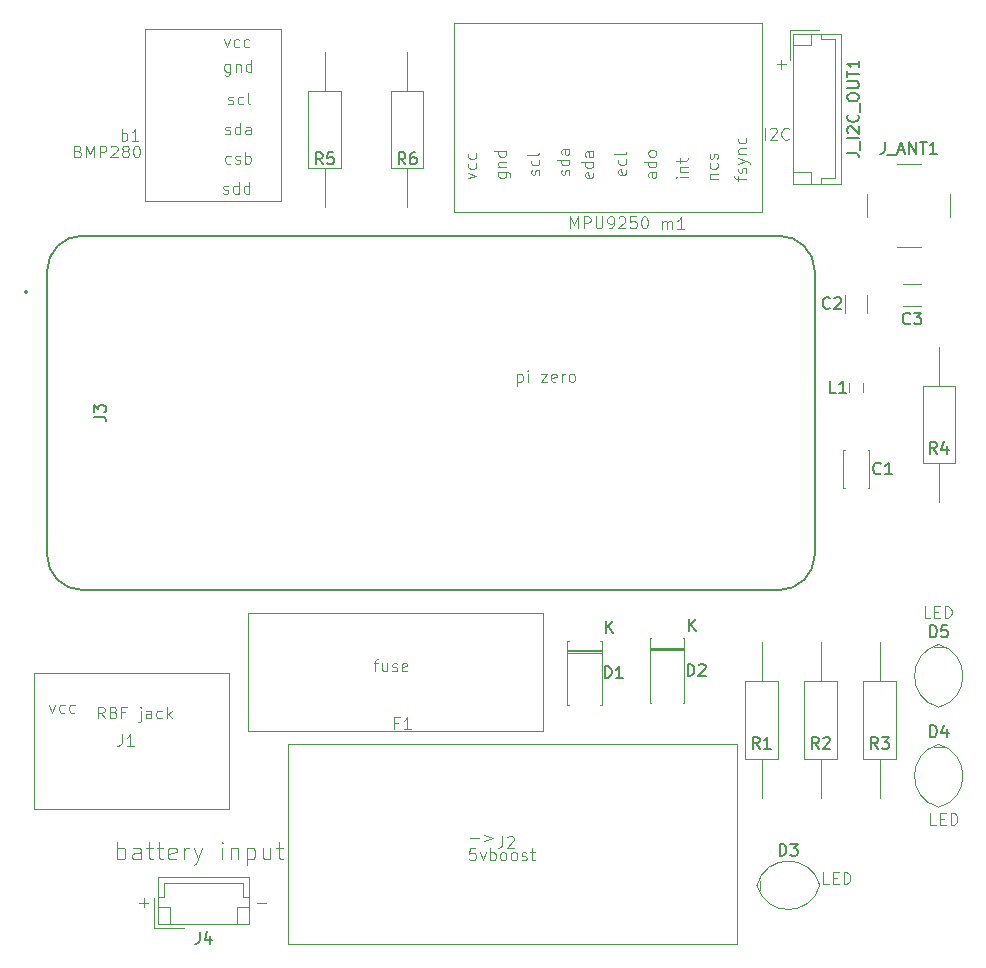
<source format=gbr>
%TF.GenerationSoftware,KiCad,Pcbnew,9.0.4*%
%TF.CreationDate,2025-10-26T00:43:10+05:45*%
%TF.ProjectId,onboardcomputer,6f6e626f-6172-4646-936f-6d7075746572,rev?*%
%TF.SameCoordinates,Original*%
%TF.FileFunction,Legend,Top*%
%TF.FilePolarity,Positive*%
%FSLAX46Y46*%
G04 Gerber Fmt 4.6, Leading zero omitted, Abs format (unit mm)*
G04 Created by KiCad (PCBNEW 9.0.4) date 2025-10-26 00:43:10*
%MOMM*%
%LPD*%
G01*
G04 APERTURE LIST*
%ADD10C,0.100000*%
%ADD11C,0.150000*%
%ADD12C,0.127000*%
%ADD13C,0.200000*%
%ADD14C,0.120000*%
G04 APERTURE END LIST*
D10*
X138303884Y-68705752D02*
X138303884Y-69705752D01*
X138303884Y-68753371D02*
X138399122Y-68705752D01*
X138399122Y-68705752D02*
X138589598Y-68705752D01*
X138589598Y-68705752D02*
X138684836Y-68753371D01*
X138684836Y-68753371D02*
X138732455Y-68800990D01*
X138732455Y-68800990D02*
X138780074Y-68896228D01*
X138780074Y-68896228D02*
X138780074Y-69181942D01*
X138780074Y-69181942D02*
X138732455Y-69277180D01*
X138732455Y-69277180D02*
X138684836Y-69324800D01*
X138684836Y-69324800D02*
X138589598Y-69372419D01*
X138589598Y-69372419D02*
X138399122Y-69372419D01*
X138399122Y-69372419D02*
X138303884Y-69324800D01*
X139208646Y-69372419D02*
X139208646Y-68705752D01*
X139208646Y-68372419D02*
X139161027Y-68420038D01*
X139161027Y-68420038D02*
X139208646Y-68467657D01*
X139208646Y-68467657D02*
X139256265Y-68420038D01*
X139256265Y-68420038D02*
X139208646Y-68372419D01*
X139208646Y-68372419D02*
X139208646Y-68467657D01*
X140351503Y-68705752D02*
X140875312Y-68705752D01*
X140875312Y-68705752D02*
X140351503Y-69372419D01*
X140351503Y-69372419D02*
X140875312Y-69372419D01*
X141637217Y-69324800D02*
X141541979Y-69372419D01*
X141541979Y-69372419D02*
X141351503Y-69372419D01*
X141351503Y-69372419D02*
X141256265Y-69324800D01*
X141256265Y-69324800D02*
X141208646Y-69229561D01*
X141208646Y-69229561D02*
X141208646Y-68848609D01*
X141208646Y-68848609D02*
X141256265Y-68753371D01*
X141256265Y-68753371D02*
X141351503Y-68705752D01*
X141351503Y-68705752D02*
X141541979Y-68705752D01*
X141541979Y-68705752D02*
X141637217Y-68753371D01*
X141637217Y-68753371D02*
X141684836Y-68848609D01*
X141684836Y-68848609D02*
X141684836Y-68943847D01*
X141684836Y-68943847D02*
X141208646Y-69039085D01*
X142113408Y-69372419D02*
X142113408Y-68705752D01*
X142113408Y-68896228D02*
X142161027Y-68800990D01*
X142161027Y-68800990D02*
X142208646Y-68753371D01*
X142208646Y-68753371D02*
X142303884Y-68705752D01*
X142303884Y-68705752D02*
X142399122Y-68705752D01*
X142875313Y-69372419D02*
X142780075Y-69324800D01*
X142780075Y-69324800D02*
X142732456Y-69277180D01*
X142732456Y-69277180D02*
X142684837Y-69181942D01*
X142684837Y-69181942D02*
X142684837Y-68896228D01*
X142684837Y-68896228D02*
X142732456Y-68800990D01*
X142732456Y-68800990D02*
X142780075Y-68753371D01*
X142780075Y-68753371D02*
X142875313Y-68705752D01*
X142875313Y-68705752D02*
X143018170Y-68705752D01*
X143018170Y-68705752D02*
X143113408Y-68753371D01*
X143113408Y-68753371D02*
X143161027Y-68800990D01*
X143161027Y-68800990D02*
X143208646Y-68896228D01*
X143208646Y-68896228D02*
X143208646Y-69181942D01*
X143208646Y-69181942D02*
X143161027Y-69277180D01*
X143161027Y-69277180D02*
X143113408Y-69324800D01*
X143113408Y-69324800D02*
X143018170Y-69372419D01*
X143018170Y-69372419D02*
X142875313Y-69372419D01*
X103375312Y-97872419D02*
X103041979Y-97396228D01*
X102803884Y-97872419D02*
X102803884Y-96872419D01*
X102803884Y-96872419D02*
X103184836Y-96872419D01*
X103184836Y-96872419D02*
X103280074Y-96920038D01*
X103280074Y-96920038D02*
X103327693Y-96967657D01*
X103327693Y-96967657D02*
X103375312Y-97062895D01*
X103375312Y-97062895D02*
X103375312Y-97205752D01*
X103375312Y-97205752D02*
X103327693Y-97300990D01*
X103327693Y-97300990D02*
X103280074Y-97348609D01*
X103280074Y-97348609D02*
X103184836Y-97396228D01*
X103184836Y-97396228D02*
X102803884Y-97396228D01*
X104137217Y-97348609D02*
X104280074Y-97396228D01*
X104280074Y-97396228D02*
X104327693Y-97443847D01*
X104327693Y-97443847D02*
X104375312Y-97539085D01*
X104375312Y-97539085D02*
X104375312Y-97681942D01*
X104375312Y-97681942D02*
X104327693Y-97777180D01*
X104327693Y-97777180D02*
X104280074Y-97824800D01*
X104280074Y-97824800D02*
X104184836Y-97872419D01*
X104184836Y-97872419D02*
X103803884Y-97872419D01*
X103803884Y-97872419D02*
X103803884Y-96872419D01*
X103803884Y-96872419D02*
X104137217Y-96872419D01*
X104137217Y-96872419D02*
X104232455Y-96920038D01*
X104232455Y-96920038D02*
X104280074Y-96967657D01*
X104280074Y-96967657D02*
X104327693Y-97062895D01*
X104327693Y-97062895D02*
X104327693Y-97158133D01*
X104327693Y-97158133D02*
X104280074Y-97253371D01*
X104280074Y-97253371D02*
X104232455Y-97300990D01*
X104232455Y-97300990D02*
X104137217Y-97348609D01*
X104137217Y-97348609D02*
X103803884Y-97348609D01*
X105137217Y-97348609D02*
X104803884Y-97348609D01*
X104803884Y-97872419D02*
X104803884Y-96872419D01*
X104803884Y-96872419D02*
X105280074Y-96872419D01*
X106422932Y-97205752D02*
X106422932Y-98062895D01*
X106422932Y-98062895D02*
X106375313Y-98158133D01*
X106375313Y-98158133D02*
X106280075Y-98205752D01*
X106280075Y-98205752D02*
X106232456Y-98205752D01*
X106422932Y-96872419D02*
X106375313Y-96920038D01*
X106375313Y-96920038D02*
X106422932Y-96967657D01*
X106422932Y-96967657D02*
X106470551Y-96920038D01*
X106470551Y-96920038D02*
X106422932Y-96872419D01*
X106422932Y-96872419D02*
X106422932Y-96967657D01*
X107327693Y-97872419D02*
X107327693Y-97348609D01*
X107327693Y-97348609D02*
X107280074Y-97253371D01*
X107280074Y-97253371D02*
X107184836Y-97205752D01*
X107184836Y-97205752D02*
X106994360Y-97205752D01*
X106994360Y-97205752D02*
X106899122Y-97253371D01*
X107327693Y-97824800D02*
X107232455Y-97872419D01*
X107232455Y-97872419D02*
X106994360Y-97872419D01*
X106994360Y-97872419D02*
X106899122Y-97824800D01*
X106899122Y-97824800D02*
X106851503Y-97729561D01*
X106851503Y-97729561D02*
X106851503Y-97634323D01*
X106851503Y-97634323D02*
X106899122Y-97539085D01*
X106899122Y-97539085D02*
X106994360Y-97491466D01*
X106994360Y-97491466D02*
X107232455Y-97491466D01*
X107232455Y-97491466D02*
X107327693Y-97443847D01*
X108232455Y-97824800D02*
X108137217Y-97872419D01*
X108137217Y-97872419D02*
X107946741Y-97872419D01*
X107946741Y-97872419D02*
X107851503Y-97824800D01*
X107851503Y-97824800D02*
X107803884Y-97777180D01*
X107803884Y-97777180D02*
X107756265Y-97681942D01*
X107756265Y-97681942D02*
X107756265Y-97396228D01*
X107756265Y-97396228D02*
X107803884Y-97300990D01*
X107803884Y-97300990D02*
X107851503Y-97253371D01*
X107851503Y-97253371D02*
X107946741Y-97205752D01*
X107946741Y-97205752D02*
X108137217Y-97205752D01*
X108137217Y-97205752D02*
X108232455Y-97253371D01*
X108661027Y-97872419D02*
X108661027Y-96872419D01*
X108756265Y-97491466D02*
X109041979Y-97872419D01*
X109041979Y-97205752D02*
X108661027Y-97586704D01*
X164710074Y-111872419D02*
X164233884Y-111872419D01*
X164233884Y-111872419D02*
X164233884Y-110872419D01*
X165043408Y-111348609D02*
X165376741Y-111348609D01*
X165519598Y-111872419D02*
X165043408Y-111872419D01*
X165043408Y-111872419D02*
X165043408Y-110872419D01*
X165043408Y-110872419D02*
X165519598Y-110872419D01*
X165948170Y-111872419D02*
X165948170Y-110872419D01*
X165948170Y-110872419D02*
X166186265Y-110872419D01*
X166186265Y-110872419D02*
X166329122Y-110920038D01*
X166329122Y-110920038D02*
X166424360Y-111015276D01*
X166424360Y-111015276D02*
X166471979Y-111110514D01*
X166471979Y-111110514D02*
X166519598Y-111300990D01*
X166519598Y-111300990D02*
X166519598Y-111443847D01*
X166519598Y-111443847D02*
X166471979Y-111634323D01*
X166471979Y-111634323D02*
X166424360Y-111729561D01*
X166424360Y-111729561D02*
X166329122Y-111824800D01*
X166329122Y-111824800D02*
X166186265Y-111872419D01*
X166186265Y-111872419D02*
X165948170Y-111872419D01*
X142803884Y-56372419D02*
X142803884Y-55372419D01*
X142803884Y-55372419D02*
X143137217Y-56086704D01*
X143137217Y-56086704D02*
X143470550Y-55372419D01*
X143470550Y-55372419D02*
X143470550Y-56372419D01*
X143946741Y-56372419D02*
X143946741Y-55372419D01*
X143946741Y-55372419D02*
X144327693Y-55372419D01*
X144327693Y-55372419D02*
X144422931Y-55420038D01*
X144422931Y-55420038D02*
X144470550Y-55467657D01*
X144470550Y-55467657D02*
X144518169Y-55562895D01*
X144518169Y-55562895D02*
X144518169Y-55705752D01*
X144518169Y-55705752D02*
X144470550Y-55800990D01*
X144470550Y-55800990D02*
X144422931Y-55848609D01*
X144422931Y-55848609D02*
X144327693Y-55896228D01*
X144327693Y-55896228D02*
X143946741Y-55896228D01*
X144946741Y-55372419D02*
X144946741Y-56181942D01*
X144946741Y-56181942D02*
X144994360Y-56277180D01*
X144994360Y-56277180D02*
X145041979Y-56324800D01*
X145041979Y-56324800D02*
X145137217Y-56372419D01*
X145137217Y-56372419D02*
X145327693Y-56372419D01*
X145327693Y-56372419D02*
X145422931Y-56324800D01*
X145422931Y-56324800D02*
X145470550Y-56277180D01*
X145470550Y-56277180D02*
X145518169Y-56181942D01*
X145518169Y-56181942D02*
X145518169Y-55372419D01*
X146041979Y-56372419D02*
X146232455Y-56372419D01*
X146232455Y-56372419D02*
X146327693Y-56324800D01*
X146327693Y-56324800D02*
X146375312Y-56277180D01*
X146375312Y-56277180D02*
X146470550Y-56134323D01*
X146470550Y-56134323D02*
X146518169Y-55943847D01*
X146518169Y-55943847D02*
X146518169Y-55562895D01*
X146518169Y-55562895D02*
X146470550Y-55467657D01*
X146470550Y-55467657D02*
X146422931Y-55420038D01*
X146422931Y-55420038D02*
X146327693Y-55372419D01*
X146327693Y-55372419D02*
X146137217Y-55372419D01*
X146137217Y-55372419D02*
X146041979Y-55420038D01*
X146041979Y-55420038D02*
X145994360Y-55467657D01*
X145994360Y-55467657D02*
X145946741Y-55562895D01*
X145946741Y-55562895D02*
X145946741Y-55800990D01*
X145946741Y-55800990D02*
X145994360Y-55896228D01*
X145994360Y-55896228D02*
X146041979Y-55943847D01*
X146041979Y-55943847D02*
X146137217Y-55991466D01*
X146137217Y-55991466D02*
X146327693Y-55991466D01*
X146327693Y-55991466D02*
X146422931Y-55943847D01*
X146422931Y-55943847D02*
X146470550Y-55896228D01*
X146470550Y-55896228D02*
X146518169Y-55800990D01*
X146899122Y-55467657D02*
X146946741Y-55420038D01*
X146946741Y-55420038D02*
X147041979Y-55372419D01*
X147041979Y-55372419D02*
X147280074Y-55372419D01*
X147280074Y-55372419D02*
X147375312Y-55420038D01*
X147375312Y-55420038D02*
X147422931Y-55467657D01*
X147422931Y-55467657D02*
X147470550Y-55562895D01*
X147470550Y-55562895D02*
X147470550Y-55658133D01*
X147470550Y-55658133D02*
X147422931Y-55800990D01*
X147422931Y-55800990D02*
X146851503Y-56372419D01*
X146851503Y-56372419D02*
X147470550Y-56372419D01*
X148375312Y-55372419D02*
X147899122Y-55372419D01*
X147899122Y-55372419D02*
X147851503Y-55848609D01*
X147851503Y-55848609D02*
X147899122Y-55800990D01*
X147899122Y-55800990D02*
X147994360Y-55753371D01*
X147994360Y-55753371D02*
X148232455Y-55753371D01*
X148232455Y-55753371D02*
X148327693Y-55800990D01*
X148327693Y-55800990D02*
X148375312Y-55848609D01*
X148375312Y-55848609D02*
X148422931Y-55943847D01*
X148422931Y-55943847D02*
X148422931Y-56181942D01*
X148422931Y-56181942D02*
X148375312Y-56277180D01*
X148375312Y-56277180D02*
X148327693Y-56324800D01*
X148327693Y-56324800D02*
X148232455Y-56372419D01*
X148232455Y-56372419D02*
X147994360Y-56372419D01*
X147994360Y-56372419D02*
X147899122Y-56324800D01*
X147899122Y-56324800D02*
X147851503Y-56277180D01*
X149041979Y-55372419D02*
X149137217Y-55372419D01*
X149137217Y-55372419D02*
X149232455Y-55420038D01*
X149232455Y-55420038D02*
X149280074Y-55467657D01*
X149280074Y-55467657D02*
X149327693Y-55562895D01*
X149327693Y-55562895D02*
X149375312Y-55753371D01*
X149375312Y-55753371D02*
X149375312Y-55991466D01*
X149375312Y-55991466D02*
X149327693Y-56181942D01*
X149327693Y-56181942D02*
X149280074Y-56277180D01*
X149280074Y-56277180D02*
X149232455Y-56324800D01*
X149232455Y-56324800D02*
X149137217Y-56372419D01*
X149137217Y-56372419D02*
X149041979Y-56372419D01*
X149041979Y-56372419D02*
X148946741Y-56324800D01*
X148946741Y-56324800D02*
X148899122Y-56277180D01*
X148899122Y-56277180D02*
X148851503Y-56181942D01*
X148851503Y-56181942D02*
X148803884Y-55991466D01*
X148803884Y-55991466D02*
X148803884Y-55753371D01*
X148803884Y-55753371D02*
X148851503Y-55562895D01*
X148851503Y-55562895D02*
X148899122Y-55467657D01*
X148899122Y-55467657D02*
X148946741Y-55420038D01*
X148946741Y-55420038D02*
X149041979Y-55372419D01*
X159303884Y-48872419D02*
X159303884Y-47872419D01*
X159732455Y-47967657D02*
X159780074Y-47920038D01*
X159780074Y-47920038D02*
X159875312Y-47872419D01*
X159875312Y-47872419D02*
X160113407Y-47872419D01*
X160113407Y-47872419D02*
X160208645Y-47920038D01*
X160208645Y-47920038D02*
X160256264Y-47967657D01*
X160256264Y-47967657D02*
X160303883Y-48062895D01*
X160303883Y-48062895D02*
X160303883Y-48158133D01*
X160303883Y-48158133D02*
X160256264Y-48300990D01*
X160256264Y-48300990D02*
X159684836Y-48872419D01*
X159684836Y-48872419D02*
X160303883Y-48872419D01*
X161303883Y-48777180D02*
X161256264Y-48824800D01*
X161256264Y-48824800D02*
X161113407Y-48872419D01*
X161113407Y-48872419D02*
X161018169Y-48872419D01*
X161018169Y-48872419D02*
X160875312Y-48824800D01*
X160875312Y-48824800D02*
X160780074Y-48729561D01*
X160780074Y-48729561D02*
X160732455Y-48634323D01*
X160732455Y-48634323D02*
X160684836Y-48443847D01*
X160684836Y-48443847D02*
X160684836Y-48300990D01*
X160684836Y-48300990D02*
X160732455Y-48110514D01*
X160732455Y-48110514D02*
X160780074Y-48015276D01*
X160780074Y-48015276D02*
X160875312Y-47920038D01*
X160875312Y-47920038D02*
X161018169Y-47872419D01*
X161018169Y-47872419D02*
X161113407Y-47872419D01*
X161113407Y-47872419D02*
X161256264Y-47920038D01*
X161256264Y-47920038D02*
X161303883Y-47967657D01*
X134780074Y-108872419D02*
X134303884Y-108872419D01*
X134303884Y-108872419D02*
X134256265Y-109348609D01*
X134256265Y-109348609D02*
X134303884Y-109300990D01*
X134303884Y-109300990D02*
X134399122Y-109253371D01*
X134399122Y-109253371D02*
X134637217Y-109253371D01*
X134637217Y-109253371D02*
X134732455Y-109300990D01*
X134732455Y-109300990D02*
X134780074Y-109348609D01*
X134780074Y-109348609D02*
X134827693Y-109443847D01*
X134827693Y-109443847D02*
X134827693Y-109681942D01*
X134827693Y-109681942D02*
X134780074Y-109777180D01*
X134780074Y-109777180D02*
X134732455Y-109824800D01*
X134732455Y-109824800D02*
X134637217Y-109872419D01*
X134637217Y-109872419D02*
X134399122Y-109872419D01*
X134399122Y-109872419D02*
X134303884Y-109824800D01*
X134303884Y-109824800D02*
X134256265Y-109777180D01*
X135161027Y-109205752D02*
X135399122Y-109872419D01*
X135399122Y-109872419D02*
X135637217Y-109205752D01*
X136018170Y-109872419D02*
X136018170Y-108872419D01*
X136018170Y-109253371D02*
X136113408Y-109205752D01*
X136113408Y-109205752D02*
X136303884Y-109205752D01*
X136303884Y-109205752D02*
X136399122Y-109253371D01*
X136399122Y-109253371D02*
X136446741Y-109300990D01*
X136446741Y-109300990D02*
X136494360Y-109396228D01*
X136494360Y-109396228D02*
X136494360Y-109681942D01*
X136494360Y-109681942D02*
X136446741Y-109777180D01*
X136446741Y-109777180D02*
X136399122Y-109824800D01*
X136399122Y-109824800D02*
X136303884Y-109872419D01*
X136303884Y-109872419D02*
X136113408Y-109872419D01*
X136113408Y-109872419D02*
X136018170Y-109824800D01*
X137065789Y-109872419D02*
X136970551Y-109824800D01*
X136970551Y-109824800D02*
X136922932Y-109777180D01*
X136922932Y-109777180D02*
X136875313Y-109681942D01*
X136875313Y-109681942D02*
X136875313Y-109396228D01*
X136875313Y-109396228D02*
X136922932Y-109300990D01*
X136922932Y-109300990D02*
X136970551Y-109253371D01*
X136970551Y-109253371D02*
X137065789Y-109205752D01*
X137065789Y-109205752D02*
X137208646Y-109205752D01*
X137208646Y-109205752D02*
X137303884Y-109253371D01*
X137303884Y-109253371D02*
X137351503Y-109300990D01*
X137351503Y-109300990D02*
X137399122Y-109396228D01*
X137399122Y-109396228D02*
X137399122Y-109681942D01*
X137399122Y-109681942D02*
X137351503Y-109777180D01*
X137351503Y-109777180D02*
X137303884Y-109824800D01*
X137303884Y-109824800D02*
X137208646Y-109872419D01*
X137208646Y-109872419D02*
X137065789Y-109872419D01*
X137970551Y-109872419D02*
X137875313Y-109824800D01*
X137875313Y-109824800D02*
X137827694Y-109777180D01*
X137827694Y-109777180D02*
X137780075Y-109681942D01*
X137780075Y-109681942D02*
X137780075Y-109396228D01*
X137780075Y-109396228D02*
X137827694Y-109300990D01*
X137827694Y-109300990D02*
X137875313Y-109253371D01*
X137875313Y-109253371D02*
X137970551Y-109205752D01*
X137970551Y-109205752D02*
X138113408Y-109205752D01*
X138113408Y-109205752D02*
X138208646Y-109253371D01*
X138208646Y-109253371D02*
X138256265Y-109300990D01*
X138256265Y-109300990D02*
X138303884Y-109396228D01*
X138303884Y-109396228D02*
X138303884Y-109681942D01*
X138303884Y-109681942D02*
X138256265Y-109777180D01*
X138256265Y-109777180D02*
X138208646Y-109824800D01*
X138208646Y-109824800D02*
X138113408Y-109872419D01*
X138113408Y-109872419D02*
X137970551Y-109872419D01*
X138684837Y-109824800D02*
X138780075Y-109872419D01*
X138780075Y-109872419D02*
X138970551Y-109872419D01*
X138970551Y-109872419D02*
X139065789Y-109824800D01*
X139065789Y-109824800D02*
X139113408Y-109729561D01*
X139113408Y-109729561D02*
X139113408Y-109681942D01*
X139113408Y-109681942D02*
X139065789Y-109586704D01*
X139065789Y-109586704D02*
X138970551Y-109539085D01*
X138970551Y-109539085D02*
X138827694Y-109539085D01*
X138827694Y-109539085D02*
X138732456Y-109491466D01*
X138732456Y-109491466D02*
X138684837Y-109396228D01*
X138684837Y-109396228D02*
X138684837Y-109348609D01*
X138684837Y-109348609D02*
X138732456Y-109253371D01*
X138732456Y-109253371D02*
X138827694Y-109205752D01*
X138827694Y-109205752D02*
X138970551Y-109205752D01*
X138970551Y-109205752D02*
X139065789Y-109253371D01*
X139399123Y-109205752D02*
X139780075Y-109205752D01*
X139541980Y-108872419D02*
X139541980Y-109729561D01*
X139541980Y-109729561D02*
X139589599Y-109824800D01*
X139589599Y-109824800D02*
X139684837Y-109872419D01*
X139684837Y-109872419D02*
X139780075Y-109872419D01*
X134303884Y-107991466D02*
X135065789Y-107991466D01*
X135541979Y-107705752D02*
X136303884Y-107991466D01*
X136303884Y-107991466D02*
X135541979Y-108277180D01*
X104422931Y-109811228D02*
X104422931Y-108311228D01*
X104422931Y-108882657D02*
X104565789Y-108811228D01*
X104565789Y-108811228D02*
X104851503Y-108811228D01*
X104851503Y-108811228D02*
X104994360Y-108882657D01*
X104994360Y-108882657D02*
X105065789Y-108954085D01*
X105065789Y-108954085D02*
X105137217Y-109096942D01*
X105137217Y-109096942D02*
X105137217Y-109525514D01*
X105137217Y-109525514D02*
X105065789Y-109668371D01*
X105065789Y-109668371D02*
X104994360Y-109739800D01*
X104994360Y-109739800D02*
X104851503Y-109811228D01*
X104851503Y-109811228D02*
X104565789Y-109811228D01*
X104565789Y-109811228D02*
X104422931Y-109739800D01*
X106422932Y-109811228D02*
X106422932Y-109025514D01*
X106422932Y-109025514D02*
X106351503Y-108882657D01*
X106351503Y-108882657D02*
X106208646Y-108811228D01*
X106208646Y-108811228D02*
X105922932Y-108811228D01*
X105922932Y-108811228D02*
X105780074Y-108882657D01*
X106422932Y-109739800D02*
X106280074Y-109811228D01*
X106280074Y-109811228D02*
X105922932Y-109811228D01*
X105922932Y-109811228D02*
X105780074Y-109739800D01*
X105780074Y-109739800D02*
X105708646Y-109596942D01*
X105708646Y-109596942D02*
X105708646Y-109454085D01*
X105708646Y-109454085D02*
X105780074Y-109311228D01*
X105780074Y-109311228D02*
X105922932Y-109239800D01*
X105922932Y-109239800D02*
X106280074Y-109239800D01*
X106280074Y-109239800D02*
X106422932Y-109168371D01*
X106922932Y-108811228D02*
X107494360Y-108811228D01*
X107137217Y-108311228D02*
X107137217Y-109596942D01*
X107137217Y-109596942D02*
X107208646Y-109739800D01*
X107208646Y-109739800D02*
X107351503Y-109811228D01*
X107351503Y-109811228D02*
X107494360Y-109811228D01*
X107780075Y-108811228D02*
X108351503Y-108811228D01*
X107994360Y-108311228D02*
X107994360Y-109596942D01*
X107994360Y-109596942D02*
X108065789Y-109739800D01*
X108065789Y-109739800D02*
X108208646Y-109811228D01*
X108208646Y-109811228D02*
X108351503Y-109811228D01*
X109422932Y-109739800D02*
X109280075Y-109811228D01*
X109280075Y-109811228D02*
X108994361Y-109811228D01*
X108994361Y-109811228D02*
X108851503Y-109739800D01*
X108851503Y-109739800D02*
X108780075Y-109596942D01*
X108780075Y-109596942D02*
X108780075Y-109025514D01*
X108780075Y-109025514D02*
X108851503Y-108882657D01*
X108851503Y-108882657D02*
X108994361Y-108811228D01*
X108994361Y-108811228D02*
X109280075Y-108811228D01*
X109280075Y-108811228D02*
X109422932Y-108882657D01*
X109422932Y-108882657D02*
X109494361Y-109025514D01*
X109494361Y-109025514D02*
X109494361Y-109168371D01*
X109494361Y-109168371D02*
X108780075Y-109311228D01*
X110137217Y-109811228D02*
X110137217Y-108811228D01*
X110137217Y-109096942D02*
X110208646Y-108954085D01*
X110208646Y-108954085D02*
X110280075Y-108882657D01*
X110280075Y-108882657D02*
X110422932Y-108811228D01*
X110422932Y-108811228D02*
X110565789Y-108811228D01*
X110922931Y-108811228D02*
X111280074Y-109811228D01*
X111637217Y-108811228D02*
X111280074Y-109811228D01*
X111280074Y-109811228D02*
X111137217Y-110168371D01*
X111137217Y-110168371D02*
X111065788Y-110239800D01*
X111065788Y-110239800D02*
X110922931Y-110311228D01*
X113351502Y-109811228D02*
X113351502Y-108811228D01*
X113351502Y-108311228D02*
X113280074Y-108382657D01*
X113280074Y-108382657D02*
X113351502Y-108454085D01*
X113351502Y-108454085D02*
X113422931Y-108382657D01*
X113422931Y-108382657D02*
X113351502Y-108311228D01*
X113351502Y-108311228D02*
X113351502Y-108454085D01*
X114065788Y-108811228D02*
X114065788Y-109811228D01*
X114065788Y-108954085D02*
X114137217Y-108882657D01*
X114137217Y-108882657D02*
X114280074Y-108811228D01*
X114280074Y-108811228D02*
X114494360Y-108811228D01*
X114494360Y-108811228D02*
X114637217Y-108882657D01*
X114637217Y-108882657D02*
X114708646Y-109025514D01*
X114708646Y-109025514D02*
X114708646Y-109811228D01*
X115422931Y-108811228D02*
X115422931Y-110311228D01*
X115422931Y-108882657D02*
X115565789Y-108811228D01*
X115565789Y-108811228D02*
X115851503Y-108811228D01*
X115851503Y-108811228D02*
X115994360Y-108882657D01*
X115994360Y-108882657D02*
X116065789Y-108954085D01*
X116065789Y-108954085D02*
X116137217Y-109096942D01*
X116137217Y-109096942D02*
X116137217Y-109525514D01*
X116137217Y-109525514D02*
X116065789Y-109668371D01*
X116065789Y-109668371D02*
X115994360Y-109739800D01*
X115994360Y-109739800D02*
X115851503Y-109811228D01*
X115851503Y-109811228D02*
X115565789Y-109811228D01*
X115565789Y-109811228D02*
X115422931Y-109739800D01*
X117422932Y-108811228D02*
X117422932Y-109811228D01*
X116780074Y-108811228D02*
X116780074Y-109596942D01*
X116780074Y-109596942D02*
X116851503Y-109739800D01*
X116851503Y-109739800D02*
X116994360Y-109811228D01*
X116994360Y-109811228D02*
X117208646Y-109811228D01*
X117208646Y-109811228D02*
X117351503Y-109739800D01*
X117351503Y-109739800D02*
X117422932Y-109668371D01*
X117922932Y-108811228D02*
X118494360Y-108811228D01*
X118137217Y-108311228D02*
X118137217Y-109596942D01*
X118137217Y-109596942D02*
X118208646Y-109739800D01*
X118208646Y-109739800D02*
X118351503Y-109811228D01*
X118351503Y-109811228D02*
X118494360Y-109811228D01*
X126161027Y-93205752D02*
X126541979Y-93205752D01*
X126303884Y-93872419D02*
X126303884Y-93015276D01*
X126303884Y-93015276D02*
X126351503Y-92920038D01*
X126351503Y-92920038D02*
X126446741Y-92872419D01*
X126446741Y-92872419D02*
X126541979Y-92872419D01*
X127303884Y-93205752D02*
X127303884Y-93872419D01*
X126875313Y-93205752D02*
X126875313Y-93729561D01*
X126875313Y-93729561D02*
X126922932Y-93824800D01*
X126922932Y-93824800D02*
X127018170Y-93872419D01*
X127018170Y-93872419D02*
X127161027Y-93872419D01*
X127161027Y-93872419D02*
X127256265Y-93824800D01*
X127256265Y-93824800D02*
X127303884Y-93777180D01*
X127732456Y-93824800D02*
X127827694Y-93872419D01*
X127827694Y-93872419D02*
X128018170Y-93872419D01*
X128018170Y-93872419D02*
X128113408Y-93824800D01*
X128113408Y-93824800D02*
X128161027Y-93729561D01*
X128161027Y-93729561D02*
X128161027Y-93681942D01*
X128161027Y-93681942D02*
X128113408Y-93586704D01*
X128113408Y-93586704D02*
X128018170Y-93539085D01*
X128018170Y-93539085D02*
X127875313Y-93539085D01*
X127875313Y-93539085D02*
X127780075Y-93491466D01*
X127780075Y-93491466D02*
X127732456Y-93396228D01*
X127732456Y-93396228D02*
X127732456Y-93348609D01*
X127732456Y-93348609D02*
X127780075Y-93253371D01*
X127780075Y-93253371D02*
X127875313Y-93205752D01*
X127875313Y-93205752D02*
X128018170Y-93205752D01*
X128018170Y-93205752D02*
X128113408Y-93253371D01*
X128970551Y-93824800D02*
X128875313Y-93872419D01*
X128875313Y-93872419D02*
X128684837Y-93872419D01*
X128684837Y-93872419D02*
X128589599Y-93824800D01*
X128589599Y-93824800D02*
X128541980Y-93729561D01*
X128541980Y-93729561D02*
X128541980Y-93348609D01*
X128541980Y-93348609D02*
X128589599Y-93253371D01*
X128589599Y-93253371D02*
X128684837Y-93205752D01*
X128684837Y-93205752D02*
X128875313Y-93205752D01*
X128875313Y-93205752D02*
X128970551Y-93253371D01*
X128970551Y-93253371D02*
X129018170Y-93348609D01*
X129018170Y-93348609D02*
X129018170Y-93443847D01*
X129018170Y-93443847D02*
X128541980Y-93539085D01*
X101137217Y-49848609D02*
X101280074Y-49896228D01*
X101280074Y-49896228D02*
X101327693Y-49943847D01*
X101327693Y-49943847D02*
X101375312Y-50039085D01*
X101375312Y-50039085D02*
X101375312Y-50181942D01*
X101375312Y-50181942D02*
X101327693Y-50277180D01*
X101327693Y-50277180D02*
X101280074Y-50324800D01*
X101280074Y-50324800D02*
X101184836Y-50372419D01*
X101184836Y-50372419D02*
X100803884Y-50372419D01*
X100803884Y-50372419D02*
X100803884Y-49372419D01*
X100803884Y-49372419D02*
X101137217Y-49372419D01*
X101137217Y-49372419D02*
X101232455Y-49420038D01*
X101232455Y-49420038D02*
X101280074Y-49467657D01*
X101280074Y-49467657D02*
X101327693Y-49562895D01*
X101327693Y-49562895D02*
X101327693Y-49658133D01*
X101327693Y-49658133D02*
X101280074Y-49753371D01*
X101280074Y-49753371D02*
X101232455Y-49800990D01*
X101232455Y-49800990D02*
X101137217Y-49848609D01*
X101137217Y-49848609D02*
X100803884Y-49848609D01*
X101803884Y-50372419D02*
X101803884Y-49372419D01*
X101803884Y-49372419D02*
X102137217Y-50086704D01*
X102137217Y-50086704D02*
X102470550Y-49372419D01*
X102470550Y-49372419D02*
X102470550Y-50372419D01*
X102946741Y-50372419D02*
X102946741Y-49372419D01*
X102946741Y-49372419D02*
X103327693Y-49372419D01*
X103327693Y-49372419D02*
X103422931Y-49420038D01*
X103422931Y-49420038D02*
X103470550Y-49467657D01*
X103470550Y-49467657D02*
X103518169Y-49562895D01*
X103518169Y-49562895D02*
X103518169Y-49705752D01*
X103518169Y-49705752D02*
X103470550Y-49800990D01*
X103470550Y-49800990D02*
X103422931Y-49848609D01*
X103422931Y-49848609D02*
X103327693Y-49896228D01*
X103327693Y-49896228D02*
X102946741Y-49896228D01*
X103899122Y-49467657D02*
X103946741Y-49420038D01*
X103946741Y-49420038D02*
X104041979Y-49372419D01*
X104041979Y-49372419D02*
X104280074Y-49372419D01*
X104280074Y-49372419D02*
X104375312Y-49420038D01*
X104375312Y-49420038D02*
X104422931Y-49467657D01*
X104422931Y-49467657D02*
X104470550Y-49562895D01*
X104470550Y-49562895D02*
X104470550Y-49658133D01*
X104470550Y-49658133D02*
X104422931Y-49800990D01*
X104422931Y-49800990D02*
X103851503Y-50372419D01*
X103851503Y-50372419D02*
X104470550Y-50372419D01*
X105041979Y-49800990D02*
X104946741Y-49753371D01*
X104946741Y-49753371D02*
X104899122Y-49705752D01*
X104899122Y-49705752D02*
X104851503Y-49610514D01*
X104851503Y-49610514D02*
X104851503Y-49562895D01*
X104851503Y-49562895D02*
X104899122Y-49467657D01*
X104899122Y-49467657D02*
X104946741Y-49420038D01*
X104946741Y-49420038D02*
X105041979Y-49372419D01*
X105041979Y-49372419D02*
X105232455Y-49372419D01*
X105232455Y-49372419D02*
X105327693Y-49420038D01*
X105327693Y-49420038D02*
X105375312Y-49467657D01*
X105375312Y-49467657D02*
X105422931Y-49562895D01*
X105422931Y-49562895D02*
X105422931Y-49610514D01*
X105422931Y-49610514D02*
X105375312Y-49705752D01*
X105375312Y-49705752D02*
X105327693Y-49753371D01*
X105327693Y-49753371D02*
X105232455Y-49800990D01*
X105232455Y-49800990D02*
X105041979Y-49800990D01*
X105041979Y-49800990D02*
X104946741Y-49848609D01*
X104946741Y-49848609D02*
X104899122Y-49896228D01*
X104899122Y-49896228D02*
X104851503Y-49991466D01*
X104851503Y-49991466D02*
X104851503Y-50181942D01*
X104851503Y-50181942D02*
X104899122Y-50277180D01*
X104899122Y-50277180D02*
X104946741Y-50324800D01*
X104946741Y-50324800D02*
X105041979Y-50372419D01*
X105041979Y-50372419D02*
X105232455Y-50372419D01*
X105232455Y-50372419D02*
X105327693Y-50324800D01*
X105327693Y-50324800D02*
X105375312Y-50277180D01*
X105375312Y-50277180D02*
X105422931Y-50181942D01*
X105422931Y-50181942D02*
X105422931Y-49991466D01*
X105422931Y-49991466D02*
X105375312Y-49896228D01*
X105375312Y-49896228D02*
X105327693Y-49848609D01*
X105327693Y-49848609D02*
X105232455Y-49800990D01*
X106041979Y-49372419D02*
X106137217Y-49372419D01*
X106137217Y-49372419D02*
X106232455Y-49420038D01*
X106232455Y-49420038D02*
X106280074Y-49467657D01*
X106280074Y-49467657D02*
X106327693Y-49562895D01*
X106327693Y-49562895D02*
X106375312Y-49753371D01*
X106375312Y-49753371D02*
X106375312Y-49991466D01*
X106375312Y-49991466D02*
X106327693Y-50181942D01*
X106327693Y-50181942D02*
X106280074Y-50277180D01*
X106280074Y-50277180D02*
X106232455Y-50324800D01*
X106232455Y-50324800D02*
X106137217Y-50372419D01*
X106137217Y-50372419D02*
X106041979Y-50372419D01*
X106041979Y-50372419D02*
X105946741Y-50324800D01*
X105946741Y-50324800D02*
X105899122Y-50277180D01*
X105899122Y-50277180D02*
X105851503Y-50181942D01*
X105851503Y-50181942D02*
X105803884Y-49991466D01*
X105803884Y-49991466D02*
X105803884Y-49753371D01*
X105803884Y-49753371D02*
X105851503Y-49562895D01*
X105851503Y-49562895D02*
X105899122Y-49467657D01*
X105899122Y-49467657D02*
X105946741Y-49420038D01*
X105946741Y-49420038D02*
X106041979Y-49372419D01*
X173280074Y-89372419D02*
X172803884Y-89372419D01*
X172803884Y-89372419D02*
X172803884Y-88372419D01*
X173613408Y-88848609D02*
X173946741Y-88848609D01*
X174089598Y-89372419D02*
X173613408Y-89372419D01*
X173613408Y-89372419D02*
X173613408Y-88372419D01*
X173613408Y-88372419D02*
X174089598Y-88372419D01*
X174518170Y-89372419D02*
X174518170Y-88372419D01*
X174518170Y-88372419D02*
X174756265Y-88372419D01*
X174756265Y-88372419D02*
X174899122Y-88420038D01*
X174899122Y-88420038D02*
X174994360Y-88515276D01*
X174994360Y-88515276D02*
X175041979Y-88610514D01*
X175041979Y-88610514D02*
X175089598Y-88800990D01*
X175089598Y-88800990D02*
X175089598Y-88943847D01*
X175089598Y-88943847D02*
X175041979Y-89134323D01*
X175041979Y-89134323D02*
X174994360Y-89229561D01*
X174994360Y-89229561D02*
X174899122Y-89324800D01*
X174899122Y-89324800D02*
X174756265Y-89372419D01*
X174756265Y-89372419D02*
X174518170Y-89372419D01*
X116303884Y-113491466D02*
X117065789Y-113491466D01*
X173780074Y-106872419D02*
X173303884Y-106872419D01*
X173303884Y-106872419D02*
X173303884Y-105872419D01*
X174113408Y-106348609D02*
X174446741Y-106348609D01*
X174589598Y-106872419D02*
X174113408Y-106872419D01*
X174113408Y-106872419D02*
X174113408Y-105872419D01*
X174113408Y-105872419D02*
X174589598Y-105872419D01*
X175018170Y-106872419D02*
X175018170Y-105872419D01*
X175018170Y-105872419D02*
X175256265Y-105872419D01*
X175256265Y-105872419D02*
X175399122Y-105920038D01*
X175399122Y-105920038D02*
X175494360Y-106015276D01*
X175494360Y-106015276D02*
X175541979Y-106110514D01*
X175541979Y-106110514D02*
X175589598Y-106300990D01*
X175589598Y-106300990D02*
X175589598Y-106443847D01*
X175589598Y-106443847D02*
X175541979Y-106634323D01*
X175541979Y-106634323D02*
X175494360Y-106729561D01*
X175494360Y-106729561D02*
X175399122Y-106824800D01*
X175399122Y-106824800D02*
X175256265Y-106872419D01*
X175256265Y-106872419D02*
X175018170Y-106872419D01*
X160303884Y-42491466D02*
X161065789Y-42491466D01*
X160684836Y-42872419D02*
X160684836Y-42110514D01*
X106303884Y-113491466D02*
X107065789Y-113491466D01*
X106684836Y-113872419D02*
X106684836Y-113110514D01*
D11*
X102453804Y-72333963D02*
X103169439Y-72333963D01*
X103169439Y-72333963D02*
X103312566Y-72381672D01*
X103312566Y-72381672D02*
X103407985Y-72477090D01*
X103407985Y-72477090D02*
X103455694Y-72620217D01*
X103455694Y-72620217D02*
X103455694Y-72715635D01*
X102453804Y-71952290D02*
X102453804Y-71332073D01*
X102453804Y-71332073D02*
X102835476Y-71666036D01*
X102835476Y-71666036D02*
X102835476Y-71522909D01*
X102835476Y-71522909D02*
X102883185Y-71427491D01*
X102883185Y-71427491D02*
X102930894Y-71379782D01*
X102930894Y-71379782D02*
X103026312Y-71332073D01*
X103026312Y-71332073D02*
X103264857Y-71332073D01*
X103264857Y-71332073D02*
X103360275Y-71379782D01*
X103360275Y-71379782D02*
X103407985Y-71427491D01*
X103407985Y-71427491D02*
X103455694Y-71522909D01*
X103455694Y-71522909D02*
X103455694Y-71809163D01*
X103455694Y-71809163D02*
X103407985Y-71904581D01*
X103407985Y-71904581D02*
X103360275Y-71952290D01*
X169412380Y-49064819D02*
X169412380Y-49779104D01*
X169412380Y-49779104D02*
X169364761Y-49921961D01*
X169364761Y-49921961D02*
X169269523Y-50017200D01*
X169269523Y-50017200D02*
X169126666Y-50064819D01*
X169126666Y-50064819D02*
X169031428Y-50064819D01*
X169650476Y-50160057D02*
X170412380Y-50160057D01*
X170602857Y-49779104D02*
X171079047Y-49779104D01*
X170507619Y-50064819D02*
X170840952Y-49064819D01*
X170840952Y-49064819D02*
X171174285Y-50064819D01*
X171507619Y-50064819D02*
X171507619Y-49064819D01*
X171507619Y-49064819D02*
X172079047Y-50064819D01*
X172079047Y-50064819D02*
X172079047Y-49064819D01*
X172412381Y-49064819D02*
X172983809Y-49064819D01*
X172698095Y-50064819D02*
X172698095Y-49064819D01*
X173840952Y-50064819D02*
X173269524Y-50064819D01*
X173555238Y-50064819D02*
X173555238Y-49064819D01*
X173555238Y-49064819D02*
X173460000Y-49207676D01*
X173460000Y-49207676D02*
X173364762Y-49302914D01*
X173364762Y-49302914D02*
X173269524Y-49350533D01*
D10*
X104809524Y-48957419D02*
X104809524Y-47957419D01*
X104809524Y-48338371D02*
X104904762Y-48290752D01*
X104904762Y-48290752D02*
X105095238Y-48290752D01*
X105095238Y-48290752D02*
X105190476Y-48338371D01*
X105190476Y-48338371D02*
X105238095Y-48385990D01*
X105238095Y-48385990D02*
X105285714Y-48481228D01*
X105285714Y-48481228D02*
X105285714Y-48766942D01*
X105285714Y-48766942D02*
X105238095Y-48862180D01*
X105238095Y-48862180D02*
X105190476Y-48909800D01*
X105190476Y-48909800D02*
X105095238Y-48957419D01*
X105095238Y-48957419D02*
X104904762Y-48957419D01*
X104904762Y-48957419D02*
X104809524Y-48909800D01*
X106238095Y-48957419D02*
X105666667Y-48957419D01*
X105952381Y-48957419D02*
X105952381Y-47957419D01*
X105952381Y-47957419D02*
X105857143Y-48100276D01*
X105857143Y-48100276D02*
X105761905Y-48195514D01*
X105761905Y-48195514D02*
X105666667Y-48243133D01*
X113839065Y-45838200D02*
X113934303Y-45885819D01*
X113934303Y-45885819D02*
X114124779Y-45885819D01*
X114124779Y-45885819D02*
X114220017Y-45838200D01*
X114220017Y-45838200D02*
X114267636Y-45742961D01*
X114267636Y-45742961D02*
X114267636Y-45695342D01*
X114267636Y-45695342D02*
X114220017Y-45600104D01*
X114220017Y-45600104D02*
X114124779Y-45552485D01*
X114124779Y-45552485D02*
X113981922Y-45552485D01*
X113981922Y-45552485D02*
X113886684Y-45504866D01*
X113886684Y-45504866D02*
X113839065Y-45409628D01*
X113839065Y-45409628D02*
X113839065Y-45362009D01*
X113839065Y-45362009D02*
X113886684Y-45266771D01*
X113886684Y-45266771D02*
X113981922Y-45219152D01*
X113981922Y-45219152D02*
X114124779Y-45219152D01*
X114124779Y-45219152D02*
X114220017Y-45266771D01*
X115124779Y-45838200D02*
X115029541Y-45885819D01*
X115029541Y-45885819D02*
X114839065Y-45885819D01*
X114839065Y-45885819D02*
X114743827Y-45838200D01*
X114743827Y-45838200D02*
X114696208Y-45790580D01*
X114696208Y-45790580D02*
X114648589Y-45695342D01*
X114648589Y-45695342D02*
X114648589Y-45409628D01*
X114648589Y-45409628D02*
X114696208Y-45314390D01*
X114696208Y-45314390D02*
X114743827Y-45266771D01*
X114743827Y-45266771D02*
X114839065Y-45219152D01*
X114839065Y-45219152D02*
X115029541Y-45219152D01*
X115029541Y-45219152D02*
X115124779Y-45266771D01*
X115696208Y-45885819D02*
X115600970Y-45838200D01*
X115600970Y-45838200D02*
X115553351Y-45742961D01*
X115553351Y-45742961D02*
X115553351Y-44885819D01*
X113585065Y-48378200D02*
X113680303Y-48425819D01*
X113680303Y-48425819D02*
X113870779Y-48425819D01*
X113870779Y-48425819D02*
X113966017Y-48378200D01*
X113966017Y-48378200D02*
X114013636Y-48282961D01*
X114013636Y-48282961D02*
X114013636Y-48235342D01*
X114013636Y-48235342D02*
X113966017Y-48140104D01*
X113966017Y-48140104D02*
X113870779Y-48092485D01*
X113870779Y-48092485D02*
X113727922Y-48092485D01*
X113727922Y-48092485D02*
X113632684Y-48044866D01*
X113632684Y-48044866D02*
X113585065Y-47949628D01*
X113585065Y-47949628D02*
X113585065Y-47902009D01*
X113585065Y-47902009D02*
X113632684Y-47806771D01*
X113632684Y-47806771D02*
X113727922Y-47759152D01*
X113727922Y-47759152D02*
X113870779Y-47759152D01*
X113870779Y-47759152D02*
X113966017Y-47806771D01*
X114870779Y-48425819D02*
X114870779Y-47425819D01*
X114870779Y-48378200D02*
X114775541Y-48425819D01*
X114775541Y-48425819D02*
X114585065Y-48425819D01*
X114585065Y-48425819D02*
X114489827Y-48378200D01*
X114489827Y-48378200D02*
X114442208Y-48330580D01*
X114442208Y-48330580D02*
X114394589Y-48235342D01*
X114394589Y-48235342D02*
X114394589Y-47949628D01*
X114394589Y-47949628D02*
X114442208Y-47854390D01*
X114442208Y-47854390D02*
X114489827Y-47806771D01*
X114489827Y-47806771D02*
X114585065Y-47759152D01*
X114585065Y-47759152D02*
X114775541Y-47759152D01*
X114775541Y-47759152D02*
X114870779Y-47806771D01*
X115775541Y-48425819D02*
X115775541Y-47902009D01*
X115775541Y-47902009D02*
X115727922Y-47806771D01*
X115727922Y-47806771D02*
X115632684Y-47759152D01*
X115632684Y-47759152D02*
X115442208Y-47759152D01*
X115442208Y-47759152D02*
X115346970Y-47806771D01*
X115775541Y-48378200D02*
X115680303Y-48425819D01*
X115680303Y-48425819D02*
X115442208Y-48425819D01*
X115442208Y-48425819D02*
X115346970Y-48378200D01*
X115346970Y-48378200D02*
X115299351Y-48282961D01*
X115299351Y-48282961D02*
X115299351Y-48187723D01*
X115299351Y-48187723D02*
X115346970Y-48092485D01*
X115346970Y-48092485D02*
X115442208Y-48044866D01*
X115442208Y-48044866D02*
X115680303Y-48044866D01*
X115680303Y-48044866D02*
X115775541Y-47997247D01*
X113486646Y-40367752D02*
X113724741Y-41034419D01*
X113724741Y-41034419D02*
X113962836Y-40367752D01*
X114772360Y-40986800D02*
X114677122Y-41034419D01*
X114677122Y-41034419D02*
X114486646Y-41034419D01*
X114486646Y-41034419D02*
X114391408Y-40986800D01*
X114391408Y-40986800D02*
X114343789Y-40939180D01*
X114343789Y-40939180D02*
X114296170Y-40843942D01*
X114296170Y-40843942D02*
X114296170Y-40558228D01*
X114296170Y-40558228D02*
X114343789Y-40462990D01*
X114343789Y-40462990D02*
X114391408Y-40415371D01*
X114391408Y-40415371D02*
X114486646Y-40367752D01*
X114486646Y-40367752D02*
X114677122Y-40367752D01*
X114677122Y-40367752D02*
X114772360Y-40415371D01*
X115629503Y-40986800D02*
X115534265Y-41034419D01*
X115534265Y-41034419D02*
X115343789Y-41034419D01*
X115343789Y-41034419D02*
X115248551Y-40986800D01*
X115248551Y-40986800D02*
X115200932Y-40939180D01*
X115200932Y-40939180D02*
X115153313Y-40843942D01*
X115153313Y-40843942D02*
X115153313Y-40558228D01*
X115153313Y-40558228D02*
X115200932Y-40462990D01*
X115200932Y-40462990D02*
X115248551Y-40415371D01*
X115248551Y-40415371D02*
X115343789Y-40367752D01*
X115343789Y-40367752D02*
X115534265Y-40367752D01*
X115534265Y-40367752D02*
X115629503Y-40415371D01*
X114061255Y-50842000D02*
X113966017Y-50889619D01*
X113966017Y-50889619D02*
X113775541Y-50889619D01*
X113775541Y-50889619D02*
X113680303Y-50842000D01*
X113680303Y-50842000D02*
X113632684Y-50794380D01*
X113632684Y-50794380D02*
X113585065Y-50699142D01*
X113585065Y-50699142D02*
X113585065Y-50413428D01*
X113585065Y-50413428D02*
X113632684Y-50318190D01*
X113632684Y-50318190D02*
X113680303Y-50270571D01*
X113680303Y-50270571D02*
X113775541Y-50222952D01*
X113775541Y-50222952D02*
X113966017Y-50222952D01*
X113966017Y-50222952D02*
X114061255Y-50270571D01*
X114442208Y-50842000D02*
X114537446Y-50889619D01*
X114537446Y-50889619D02*
X114727922Y-50889619D01*
X114727922Y-50889619D02*
X114823160Y-50842000D01*
X114823160Y-50842000D02*
X114870779Y-50746761D01*
X114870779Y-50746761D02*
X114870779Y-50699142D01*
X114870779Y-50699142D02*
X114823160Y-50603904D01*
X114823160Y-50603904D02*
X114727922Y-50556285D01*
X114727922Y-50556285D02*
X114585065Y-50556285D01*
X114585065Y-50556285D02*
X114489827Y-50508666D01*
X114489827Y-50508666D02*
X114442208Y-50413428D01*
X114442208Y-50413428D02*
X114442208Y-50365809D01*
X114442208Y-50365809D02*
X114489827Y-50270571D01*
X114489827Y-50270571D02*
X114585065Y-50222952D01*
X114585065Y-50222952D02*
X114727922Y-50222952D01*
X114727922Y-50222952D02*
X114823160Y-50270571D01*
X115299351Y-50889619D02*
X115299351Y-49889619D01*
X115299351Y-50270571D02*
X115394589Y-50222952D01*
X115394589Y-50222952D02*
X115585065Y-50222952D01*
X115585065Y-50222952D02*
X115680303Y-50270571D01*
X115680303Y-50270571D02*
X115727922Y-50318190D01*
X115727922Y-50318190D02*
X115775541Y-50413428D01*
X115775541Y-50413428D02*
X115775541Y-50699142D01*
X115775541Y-50699142D02*
X115727922Y-50794380D01*
X115727922Y-50794380D02*
X115680303Y-50842000D01*
X115680303Y-50842000D02*
X115585065Y-50889619D01*
X115585065Y-50889619D02*
X115394589Y-50889619D01*
X115394589Y-50889619D02*
X115299351Y-50842000D01*
X113432665Y-53382000D02*
X113527903Y-53429619D01*
X113527903Y-53429619D02*
X113718379Y-53429619D01*
X113718379Y-53429619D02*
X113813617Y-53382000D01*
X113813617Y-53382000D02*
X113861236Y-53286761D01*
X113861236Y-53286761D02*
X113861236Y-53239142D01*
X113861236Y-53239142D02*
X113813617Y-53143904D01*
X113813617Y-53143904D02*
X113718379Y-53096285D01*
X113718379Y-53096285D02*
X113575522Y-53096285D01*
X113575522Y-53096285D02*
X113480284Y-53048666D01*
X113480284Y-53048666D02*
X113432665Y-52953428D01*
X113432665Y-52953428D02*
X113432665Y-52905809D01*
X113432665Y-52905809D02*
X113480284Y-52810571D01*
X113480284Y-52810571D02*
X113575522Y-52762952D01*
X113575522Y-52762952D02*
X113718379Y-52762952D01*
X113718379Y-52762952D02*
X113813617Y-52810571D01*
X114718379Y-53429619D02*
X114718379Y-52429619D01*
X114718379Y-53382000D02*
X114623141Y-53429619D01*
X114623141Y-53429619D02*
X114432665Y-53429619D01*
X114432665Y-53429619D02*
X114337427Y-53382000D01*
X114337427Y-53382000D02*
X114289808Y-53334380D01*
X114289808Y-53334380D02*
X114242189Y-53239142D01*
X114242189Y-53239142D02*
X114242189Y-52953428D01*
X114242189Y-52953428D02*
X114289808Y-52858190D01*
X114289808Y-52858190D02*
X114337427Y-52810571D01*
X114337427Y-52810571D02*
X114432665Y-52762952D01*
X114432665Y-52762952D02*
X114623141Y-52762952D01*
X114623141Y-52762952D02*
X114718379Y-52810571D01*
X115623141Y-53429619D02*
X115623141Y-52429619D01*
X115623141Y-53382000D02*
X115527903Y-53429619D01*
X115527903Y-53429619D02*
X115337427Y-53429619D01*
X115337427Y-53429619D02*
X115242189Y-53382000D01*
X115242189Y-53382000D02*
X115194570Y-53334380D01*
X115194570Y-53334380D02*
X115146951Y-53239142D01*
X115146951Y-53239142D02*
X115146951Y-52953428D01*
X115146951Y-52953428D02*
X115194570Y-52858190D01*
X115194570Y-52858190D02*
X115242189Y-52810571D01*
X115242189Y-52810571D02*
X115337427Y-52762952D01*
X115337427Y-52762952D02*
X115527903Y-52762952D01*
X115527903Y-52762952D02*
X115623141Y-52810571D01*
X113985055Y-42450552D02*
X113985055Y-43260076D01*
X113985055Y-43260076D02*
X113937436Y-43355314D01*
X113937436Y-43355314D02*
X113889817Y-43402933D01*
X113889817Y-43402933D02*
X113794579Y-43450552D01*
X113794579Y-43450552D02*
X113651722Y-43450552D01*
X113651722Y-43450552D02*
X113556484Y-43402933D01*
X113985055Y-43069600D02*
X113889817Y-43117219D01*
X113889817Y-43117219D02*
X113699341Y-43117219D01*
X113699341Y-43117219D02*
X113604103Y-43069600D01*
X113604103Y-43069600D02*
X113556484Y-43021980D01*
X113556484Y-43021980D02*
X113508865Y-42926742D01*
X113508865Y-42926742D02*
X113508865Y-42641028D01*
X113508865Y-42641028D02*
X113556484Y-42545790D01*
X113556484Y-42545790D02*
X113604103Y-42498171D01*
X113604103Y-42498171D02*
X113699341Y-42450552D01*
X113699341Y-42450552D02*
X113889817Y-42450552D01*
X113889817Y-42450552D02*
X113985055Y-42498171D01*
X114461246Y-42450552D02*
X114461246Y-43117219D01*
X114461246Y-42545790D02*
X114508865Y-42498171D01*
X114508865Y-42498171D02*
X114604103Y-42450552D01*
X114604103Y-42450552D02*
X114746960Y-42450552D01*
X114746960Y-42450552D02*
X114842198Y-42498171D01*
X114842198Y-42498171D02*
X114889817Y-42593409D01*
X114889817Y-42593409D02*
X114889817Y-43117219D01*
X115794579Y-43117219D02*
X115794579Y-42117219D01*
X115794579Y-43069600D02*
X115699341Y-43117219D01*
X115699341Y-43117219D02*
X115508865Y-43117219D01*
X115508865Y-43117219D02*
X115413627Y-43069600D01*
X115413627Y-43069600D02*
X115366008Y-43021980D01*
X115366008Y-43021980D02*
X115318389Y-42926742D01*
X115318389Y-42926742D02*
X115318389Y-42641028D01*
X115318389Y-42641028D02*
X115366008Y-42545790D01*
X115366008Y-42545790D02*
X115413627Y-42498171D01*
X115413627Y-42498171D02*
X115508865Y-42450552D01*
X115508865Y-42450552D02*
X115699341Y-42450552D01*
X115699341Y-42450552D02*
X115794579Y-42498171D01*
D11*
X166254819Y-49988095D02*
X166969104Y-49988095D01*
X166969104Y-49988095D02*
X167111961Y-50035714D01*
X167111961Y-50035714D02*
X167207200Y-50130952D01*
X167207200Y-50130952D02*
X167254819Y-50273809D01*
X167254819Y-50273809D02*
X167254819Y-50369047D01*
X167350057Y-49750000D02*
X167350057Y-48988095D01*
X167254819Y-48749999D02*
X166254819Y-48749999D01*
X166350057Y-48321428D02*
X166302438Y-48273809D01*
X166302438Y-48273809D02*
X166254819Y-48178571D01*
X166254819Y-48178571D02*
X166254819Y-47940476D01*
X166254819Y-47940476D02*
X166302438Y-47845238D01*
X166302438Y-47845238D02*
X166350057Y-47797619D01*
X166350057Y-47797619D02*
X166445295Y-47750000D01*
X166445295Y-47750000D02*
X166540533Y-47750000D01*
X166540533Y-47750000D02*
X166683390Y-47797619D01*
X166683390Y-47797619D02*
X167254819Y-48369047D01*
X167254819Y-48369047D02*
X167254819Y-47750000D01*
X167159580Y-46750000D02*
X167207200Y-46797619D01*
X167207200Y-46797619D02*
X167254819Y-46940476D01*
X167254819Y-46940476D02*
X167254819Y-47035714D01*
X167254819Y-47035714D02*
X167207200Y-47178571D01*
X167207200Y-47178571D02*
X167111961Y-47273809D01*
X167111961Y-47273809D02*
X167016723Y-47321428D01*
X167016723Y-47321428D02*
X166826247Y-47369047D01*
X166826247Y-47369047D02*
X166683390Y-47369047D01*
X166683390Y-47369047D02*
X166492914Y-47321428D01*
X166492914Y-47321428D02*
X166397676Y-47273809D01*
X166397676Y-47273809D02*
X166302438Y-47178571D01*
X166302438Y-47178571D02*
X166254819Y-47035714D01*
X166254819Y-47035714D02*
X166254819Y-46940476D01*
X166254819Y-46940476D02*
X166302438Y-46797619D01*
X166302438Y-46797619D02*
X166350057Y-46750000D01*
X167350057Y-46559524D02*
X167350057Y-45797619D01*
X166254819Y-45369047D02*
X166254819Y-45178571D01*
X166254819Y-45178571D02*
X166302438Y-45083333D01*
X166302438Y-45083333D02*
X166397676Y-44988095D01*
X166397676Y-44988095D02*
X166588152Y-44940476D01*
X166588152Y-44940476D02*
X166921485Y-44940476D01*
X166921485Y-44940476D02*
X167111961Y-44988095D01*
X167111961Y-44988095D02*
X167207200Y-45083333D01*
X167207200Y-45083333D02*
X167254819Y-45178571D01*
X167254819Y-45178571D02*
X167254819Y-45369047D01*
X167254819Y-45369047D02*
X167207200Y-45464285D01*
X167207200Y-45464285D02*
X167111961Y-45559523D01*
X167111961Y-45559523D02*
X166921485Y-45607142D01*
X166921485Y-45607142D02*
X166588152Y-45607142D01*
X166588152Y-45607142D02*
X166397676Y-45559523D01*
X166397676Y-45559523D02*
X166302438Y-45464285D01*
X166302438Y-45464285D02*
X166254819Y-45369047D01*
X166254819Y-44511904D02*
X167064342Y-44511904D01*
X167064342Y-44511904D02*
X167159580Y-44464285D01*
X167159580Y-44464285D02*
X167207200Y-44416666D01*
X167207200Y-44416666D02*
X167254819Y-44321428D01*
X167254819Y-44321428D02*
X167254819Y-44130952D01*
X167254819Y-44130952D02*
X167207200Y-44035714D01*
X167207200Y-44035714D02*
X167159580Y-43988095D01*
X167159580Y-43988095D02*
X167064342Y-43940476D01*
X167064342Y-43940476D02*
X166254819Y-43940476D01*
X166254819Y-43607142D02*
X166254819Y-43035714D01*
X167254819Y-43321428D02*
X166254819Y-43321428D01*
X167254819Y-42178571D02*
X167254819Y-42749999D01*
X167254819Y-42464285D02*
X166254819Y-42464285D01*
X166254819Y-42464285D02*
X166397676Y-42559523D01*
X166397676Y-42559523D02*
X166492914Y-42654761D01*
X166492914Y-42654761D02*
X166540533Y-42749999D01*
X158833333Y-100454819D02*
X158500000Y-99978628D01*
X158261905Y-100454819D02*
X158261905Y-99454819D01*
X158261905Y-99454819D02*
X158642857Y-99454819D01*
X158642857Y-99454819D02*
X158738095Y-99502438D01*
X158738095Y-99502438D02*
X158785714Y-99550057D01*
X158785714Y-99550057D02*
X158833333Y-99645295D01*
X158833333Y-99645295D02*
X158833333Y-99788152D01*
X158833333Y-99788152D02*
X158785714Y-99883390D01*
X158785714Y-99883390D02*
X158738095Y-99931009D01*
X158738095Y-99931009D02*
X158642857Y-99978628D01*
X158642857Y-99978628D02*
X158261905Y-99978628D01*
X159785714Y-100454819D02*
X159214286Y-100454819D01*
X159500000Y-100454819D02*
X159500000Y-99454819D01*
X159500000Y-99454819D02*
X159404762Y-99597676D01*
X159404762Y-99597676D02*
X159309524Y-99692914D01*
X159309524Y-99692914D02*
X159214286Y-99740533D01*
X173261905Y-90994819D02*
X173261905Y-89994819D01*
X173261905Y-89994819D02*
X173500000Y-89994819D01*
X173500000Y-89994819D02*
X173642857Y-90042438D01*
X173642857Y-90042438D02*
X173738095Y-90137676D01*
X173738095Y-90137676D02*
X173785714Y-90232914D01*
X173785714Y-90232914D02*
X173833333Y-90423390D01*
X173833333Y-90423390D02*
X173833333Y-90566247D01*
X173833333Y-90566247D02*
X173785714Y-90756723D01*
X173785714Y-90756723D02*
X173738095Y-90851961D01*
X173738095Y-90851961D02*
X173642857Y-90947200D01*
X173642857Y-90947200D02*
X173500000Y-90994819D01*
X173500000Y-90994819D02*
X173261905Y-90994819D01*
X174738095Y-89994819D02*
X174261905Y-89994819D01*
X174261905Y-89994819D02*
X174214286Y-90471009D01*
X174214286Y-90471009D02*
X174261905Y-90423390D01*
X174261905Y-90423390D02*
X174357143Y-90375771D01*
X174357143Y-90375771D02*
X174595238Y-90375771D01*
X174595238Y-90375771D02*
X174690476Y-90423390D01*
X174690476Y-90423390D02*
X174738095Y-90471009D01*
X174738095Y-90471009D02*
X174785714Y-90566247D01*
X174785714Y-90566247D02*
X174785714Y-90804342D01*
X174785714Y-90804342D02*
X174738095Y-90899580D01*
X174738095Y-90899580D02*
X174690476Y-90947200D01*
X174690476Y-90947200D02*
X174595238Y-90994819D01*
X174595238Y-90994819D02*
X174357143Y-90994819D01*
X174357143Y-90994819D02*
X174261905Y-90947200D01*
X174261905Y-90947200D02*
X174214286Y-90899580D01*
X173833333Y-75454819D02*
X173500000Y-74978628D01*
X173261905Y-75454819D02*
X173261905Y-74454819D01*
X173261905Y-74454819D02*
X173642857Y-74454819D01*
X173642857Y-74454819D02*
X173738095Y-74502438D01*
X173738095Y-74502438D02*
X173785714Y-74550057D01*
X173785714Y-74550057D02*
X173833333Y-74645295D01*
X173833333Y-74645295D02*
X173833333Y-74788152D01*
X173833333Y-74788152D02*
X173785714Y-74883390D01*
X173785714Y-74883390D02*
X173738095Y-74931009D01*
X173738095Y-74931009D02*
X173642857Y-74978628D01*
X173642857Y-74978628D02*
X173261905Y-74978628D01*
X174690476Y-74788152D02*
X174690476Y-75454819D01*
X174452381Y-74407200D02*
X174214286Y-75121485D01*
X174214286Y-75121485D02*
X174833333Y-75121485D01*
D10*
X150595238Y-56457419D02*
X150595238Y-55790752D01*
X150595238Y-55885990D02*
X150642857Y-55838371D01*
X150642857Y-55838371D02*
X150738095Y-55790752D01*
X150738095Y-55790752D02*
X150880952Y-55790752D01*
X150880952Y-55790752D02*
X150976190Y-55838371D01*
X150976190Y-55838371D02*
X151023809Y-55933609D01*
X151023809Y-55933609D02*
X151023809Y-56457419D01*
X151023809Y-55933609D02*
X151071428Y-55838371D01*
X151071428Y-55838371D02*
X151166666Y-55790752D01*
X151166666Y-55790752D02*
X151309523Y-55790752D01*
X151309523Y-55790752D02*
X151404762Y-55838371D01*
X151404762Y-55838371D02*
X151452381Y-55933609D01*
X151452381Y-55933609D02*
X151452381Y-56457419D01*
X152452380Y-56457419D02*
X151880952Y-56457419D01*
X152166666Y-56457419D02*
X152166666Y-55457419D01*
X152166666Y-55457419D02*
X152071428Y-55600276D01*
X152071428Y-55600276D02*
X151976190Y-55695514D01*
X151976190Y-55695514D02*
X151880952Y-55743133D01*
X154618752Y-52189115D02*
X155285419Y-52189115D01*
X154713990Y-52189115D02*
X154666371Y-52141496D01*
X154666371Y-52141496D02*
X154618752Y-52046258D01*
X154618752Y-52046258D02*
X154618752Y-51903401D01*
X154618752Y-51903401D02*
X154666371Y-51808163D01*
X154666371Y-51808163D02*
X154761609Y-51760544D01*
X154761609Y-51760544D02*
X155285419Y-51760544D01*
X155237800Y-50855782D02*
X155285419Y-50951020D01*
X155285419Y-50951020D02*
X155285419Y-51141496D01*
X155285419Y-51141496D02*
X155237800Y-51236734D01*
X155237800Y-51236734D02*
X155190180Y-51284353D01*
X155190180Y-51284353D02*
X155094942Y-51331972D01*
X155094942Y-51331972D02*
X154809228Y-51331972D01*
X154809228Y-51331972D02*
X154713990Y-51284353D01*
X154713990Y-51284353D02*
X154666371Y-51236734D01*
X154666371Y-51236734D02*
X154618752Y-51141496D01*
X154618752Y-51141496D02*
X154618752Y-50951020D01*
X154618752Y-50951020D02*
X154666371Y-50855782D01*
X155237800Y-50474829D02*
X155285419Y-50379591D01*
X155285419Y-50379591D02*
X155285419Y-50189115D01*
X155285419Y-50189115D02*
X155237800Y-50093877D01*
X155237800Y-50093877D02*
X155142561Y-50046258D01*
X155142561Y-50046258D02*
X155094942Y-50046258D01*
X155094942Y-50046258D02*
X154999704Y-50093877D01*
X154999704Y-50093877D02*
X154952085Y-50189115D01*
X154952085Y-50189115D02*
X154952085Y-50331972D01*
X154952085Y-50331972D02*
X154904466Y-50427210D01*
X154904466Y-50427210D02*
X154809228Y-50474829D01*
X154809228Y-50474829D02*
X154761609Y-50474829D01*
X154761609Y-50474829D02*
X154666371Y-50427210D01*
X154666371Y-50427210D02*
X154618752Y-50331972D01*
X154618752Y-50331972D02*
X154618752Y-50189115D01*
X154618752Y-50189115D02*
X154666371Y-50093877D01*
X152745419Y-52062115D02*
X152078752Y-52062115D01*
X151745419Y-52062115D02*
X151793038Y-52109734D01*
X151793038Y-52109734D02*
X151840657Y-52062115D01*
X151840657Y-52062115D02*
X151793038Y-52014496D01*
X151793038Y-52014496D02*
X151745419Y-52062115D01*
X151745419Y-52062115D02*
X151840657Y-52062115D01*
X152078752Y-51585925D02*
X152745419Y-51585925D01*
X152173990Y-51585925D02*
X152126371Y-51538306D01*
X152126371Y-51538306D02*
X152078752Y-51443068D01*
X152078752Y-51443068D02*
X152078752Y-51300211D01*
X152078752Y-51300211D02*
X152126371Y-51204973D01*
X152126371Y-51204973D02*
X152221609Y-51157354D01*
X152221609Y-51157354D02*
X152745419Y-51157354D01*
X152078752Y-50824020D02*
X152078752Y-50443068D01*
X151745419Y-50681163D02*
X152602561Y-50681163D01*
X152602561Y-50681163D02*
X152697800Y-50633544D01*
X152697800Y-50633544D02*
X152745419Y-50538306D01*
X152745419Y-50538306D02*
X152745419Y-50443068D01*
X134171752Y-52157353D02*
X134838419Y-51919258D01*
X134838419Y-51919258D02*
X134171752Y-51681163D01*
X134790800Y-50871639D02*
X134838419Y-50966877D01*
X134838419Y-50966877D02*
X134838419Y-51157353D01*
X134838419Y-51157353D02*
X134790800Y-51252591D01*
X134790800Y-51252591D02*
X134743180Y-51300210D01*
X134743180Y-51300210D02*
X134647942Y-51347829D01*
X134647942Y-51347829D02*
X134362228Y-51347829D01*
X134362228Y-51347829D02*
X134266990Y-51300210D01*
X134266990Y-51300210D02*
X134219371Y-51252591D01*
X134219371Y-51252591D02*
X134171752Y-51157353D01*
X134171752Y-51157353D02*
X134171752Y-50966877D01*
X134171752Y-50966877D02*
X134219371Y-50871639D01*
X134790800Y-50014496D02*
X134838419Y-50109734D01*
X134838419Y-50109734D02*
X134838419Y-50300210D01*
X134838419Y-50300210D02*
X134790800Y-50395448D01*
X134790800Y-50395448D02*
X134743180Y-50443067D01*
X134743180Y-50443067D02*
X134647942Y-50490686D01*
X134647942Y-50490686D02*
X134362228Y-50490686D01*
X134362228Y-50490686D02*
X134266990Y-50443067D01*
X134266990Y-50443067D02*
X134219371Y-50395448D01*
X134219371Y-50395448D02*
X134171752Y-50300210D01*
X134171752Y-50300210D02*
X134171752Y-50109734D01*
X134171752Y-50109734D02*
X134219371Y-50014496D01*
X136711752Y-51633544D02*
X137521276Y-51633544D01*
X137521276Y-51633544D02*
X137616514Y-51681163D01*
X137616514Y-51681163D02*
X137664133Y-51728782D01*
X137664133Y-51728782D02*
X137711752Y-51824020D01*
X137711752Y-51824020D02*
X137711752Y-51966877D01*
X137711752Y-51966877D02*
X137664133Y-52062115D01*
X137330800Y-51633544D02*
X137378419Y-51728782D01*
X137378419Y-51728782D02*
X137378419Y-51919258D01*
X137378419Y-51919258D02*
X137330800Y-52014496D01*
X137330800Y-52014496D02*
X137283180Y-52062115D01*
X137283180Y-52062115D02*
X137187942Y-52109734D01*
X137187942Y-52109734D02*
X136902228Y-52109734D01*
X136902228Y-52109734D02*
X136806990Y-52062115D01*
X136806990Y-52062115D02*
X136759371Y-52014496D01*
X136759371Y-52014496D02*
X136711752Y-51919258D01*
X136711752Y-51919258D02*
X136711752Y-51728782D01*
X136711752Y-51728782D02*
X136759371Y-51633544D01*
X136711752Y-51157353D02*
X137378419Y-51157353D01*
X136806990Y-51157353D02*
X136759371Y-51109734D01*
X136759371Y-51109734D02*
X136711752Y-51014496D01*
X136711752Y-51014496D02*
X136711752Y-50871639D01*
X136711752Y-50871639D02*
X136759371Y-50776401D01*
X136759371Y-50776401D02*
X136854609Y-50728782D01*
X136854609Y-50728782D02*
X137378419Y-50728782D01*
X137378419Y-49824020D02*
X136378419Y-49824020D01*
X137330800Y-49824020D02*
X137378419Y-49919258D01*
X137378419Y-49919258D02*
X137378419Y-50109734D01*
X137378419Y-50109734D02*
X137330800Y-50204972D01*
X137330800Y-50204972D02*
X137283180Y-50252591D01*
X137283180Y-50252591D02*
X137187942Y-50300210D01*
X137187942Y-50300210D02*
X136902228Y-50300210D01*
X136902228Y-50300210D02*
X136806990Y-50252591D01*
X136806990Y-50252591D02*
X136759371Y-50204972D01*
X136759371Y-50204972D02*
X136711752Y-50109734D01*
X136711752Y-50109734D02*
X136711752Y-49919258D01*
X136711752Y-49919258D02*
X136759371Y-49824020D01*
X140124800Y-51855734D02*
X140172419Y-51760496D01*
X140172419Y-51760496D02*
X140172419Y-51570020D01*
X140172419Y-51570020D02*
X140124800Y-51474782D01*
X140124800Y-51474782D02*
X140029561Y-51427163D01*
X140029561Y-51427163D02*
X139981942Y-51427163D01*
X139981942Y-51427163D02*
X139886704Y-51474782D01*
X139886704Y-51474782D02*
X139839085Y-51570020D01*
X139839085Y-51570020D02*
X139839085Y-51712877D01*
X139839085Y-51712877D02*
X139791466Y-51808115D01*
X139791466Y-51808115D02*
X139696228Y-51855734D01*
X139696228Y-51855734D02*
X139648609Y-51855734D01*
X139648609Y-51855734D02*
X139553371Y-51808115D01*
X139553371Y-51808115D02*
X139505752Y-51712877D01*
X139505752Y-51712877D02*
X139505752Y-51570020D01*
X139505752Y-51570020D02*
X139553371Y-51474782D01*
X140124800Y-50570020D02*
X140172419Y-50665258D01*
X140172419Y-50665258D02*
X140172419Y-50855734D01*
X140172419Y-50855734D02*
X140124800Y-50950972D01*
X140124800Y-50950972D02*
X140077180Y-50998591D01*
X140077180Y-50998591D02*
X139981942Y-51046210D01*
X139981942Y-51046210D02*
X139696228Y-51046210D01*
X139696228Y-51046210D02*
X139600990Y-50998591D01*
X139600990Y-50998591D02*
X139553371Y-50950972D01*
X139553371Y-50950972D02*
X139505752Y-50855734D01*
X139505752Y-50855734D02*
X139505752Y-50665258D01*
X139505752Y-50665258D02*
X139553371Y-50570020D01*
X140172419Y-49998591D02*
X140124800Y-50093829D01*
X140124800Y-50093829D02*
X140029561Y-50141448D01*
X140029561Y-50141448D02*
X139172419Y-50141448D01*
X147490800Y-51427163D02*
X147538419Y-51522401D01*
X147538419Y-51522401D02*
X147538419Y-51712877D01*
X147538419Y-51712877D02*
X147490800Y-51808115D01*
X147490800Y-51808115D02*
X147395561Y-51855734D01*
X147395561Y-51855734D02*
X147014609Y-51855734D01*
X147014609Y-51855734D02*
X146919371Y-51808115D01*
X146919371Y-51808115D02*
X146871752Y-51712877D01*
X146871752Y-51712877D02*
X146871752Y-51522401D01*
X146871752Y-51522401D02*
X146919371Y-51427163D01*
X146919371Y-51427163D02*
X147014609Y-51379544D01*
X147014609Y-51379544D02*
X147109847Y-51379544D01*
X147109847Y-51379544D02*
X147205085Y-51855734D01*
X147490800Y-50522401D02*
X147538419Y-50617639D01*
X147538419Y-50617639D02*
X147538419Y-50808115D01*
X147538419Y-50808115D02*
X147490800Y-50903353D01*
X147490800Y-50903353D02*
X147443180Y-50950972D01*
X147443180Y-50950972D02*
X147347942Y-50998591D01*
X147347942Y-50998591D02*
X147062228Y-50998591D01*
X147062228Y-50998591D02*
X146966990Y-50950972D01*
X146966990Y-50950972D02*
X146919371Y-50903353D01*
X146919371Y-50903353D02*
X146871752Y-50808115D01*
X146871752Y-50808115D02*
X146871752Y-50617639D01*
X146871752Y-50617639D02*
X146919371Y-50522401D01*
X147538419Y-49950972D02*
X147490800Y-50046210D01*
X147490800Y-50046210D02*
X147395561Y-50093829D01*
X147395561Y-50093829D02*
X146538419Y-50093829D01*
X157031752Y-52331972D02*
X157031752Y-51951020D01*
X157698419Y-52189115D02*
X156841276Y-52189115D01*
X156841276Y-52189115D02*
X156746038Y-52141496D01*
X156746038Y-52141496D02*
X156698419Y-52046258D01*
X156698419Y-52046258D02*
X156698419Y-51951020D01*
X157650800Y-51665305D02*
X157698419Y-51570067D01*
X157698419Y-51570067D02*
X157698419Y-51379591D01*
X157698419Y-51379591D02*
X157650800Y-51284353D01*
X157650800Y-51284353D02*
X157555561Y-51236734D01*
X157555561Y-51236734D02*
X157507942Y-51236734D01*
X157507942Y-51236734D02*
X157412704Y-51284353D01*
X157412704Y-51284353D02*
X157365085Y-51379591D01*
X157365085Y-51379591D02*
X157365085Y-51522448D01*
X157365085Y-51522448D02*
X157317466Y-51617686D01*
X157317466Y-51617686D02*
X157222228Y-51665305D01*
X157222228Y-51665305D02*
X157174609Y-51665305D01*
X157174609Y-51665305D02*
X157079371Y-51617686D01*
X157079371Y-51617686D02*
X157031752Y-51522448D01*
X157031752Y-51522448D02*
X157031752Y-51379591D01*
X157031752Y-51379591D02*
X157079371Y-51284353D01*
X157031752Y-50903400D02*
X157698419Y-50665305D01*
X157031752Y-50427210D02*
X157698419Y-50665305D01*
X157698419Y-50665305D02*
X157936514Y-50760543D01*
X157936514Y-50760543D02*
X157984133Y-50808162D01*
X157984133Y-50808162D02*
X158031752Y-50903400D01*
X157031752Y-50046257D02*
X157698419Y-50046257D01*
X157126990Y-50046257D02*
X157079371Y-49998638D01*
X157079371Y-49998638D02*
X157031752Y-49903400D01*
X157031752Y-49903400D02*
X157031752Y-49760543D01*
X157031752Y-49760543D02*
X157079371Y-49665305D01*
X157079371Y-49665305D02*
X157174609Y-49617686D01*
X157174609Y-49617686D02*
X157698419Y-49617686D01*
X157650800Y-48712924D02*
X157698419Y-48808162D01*
X157698419Y-48808162D02*
X157698419Y-48998638D01*
X157698419Y-48998638D02*
X157650800Y-49093876D01*
X157650800Y-49093876D02*
X157603180Y-49141495D01*
X157603180Y-49141495D02*
X157507942Y-49189114D01*
X157507942Y-49189114D02*
X157222228Y-49189114D01*
X157222228Y-49189114D02*
X157126990Y-49141495D01*
X157126990Y-49141495D02*
X157079371Y-49093876D01*
X157079371Y-49093876D02*
X157031752Y-48998638D01*
X157031752Y-48998638D02*
X157031752Y-48808162D01*
X157031752Y-48808162D02*
X157079371Y-48712924D01*
X144696800Y-51681163D02*
X144744419Y-51776401D01*
X144744419Y-51776401D02*
X144744419Y-51966877D01*
X144744419Y-51966877D02*
X144696800Y-52062115D01*
X144696800Y-52062115D02*
X144601561Y-52109734D01*
X144601561Y-52109734D02*
X144220609Y-52109734D01*
X144220609Y-52109734D02*
X144125371Y-52062115D01*
X144125371Y-52062115D02*
X144077752Y-51966877D01*
X144077752Y-51966877D02*
X144077752Y-51776401D01*
X144077752Y-51776401D02*
X144125371Y-51681163D01*
X144125371Y-51681163D02*
X144220609Y-51633544D01*
X144220609Y-51633544D02*
X144315847Y-51633544D01*
X144315847Y-51633544D02*
X144411085Y-52109734D01*
X144744419Y-50776401D02*
X143744419Y-50776401D01*
X144696800Y-50776401D02*
X144744419Y-50871639D01*
X144744419Y-50871639D02*
X144744419Y-51062115D01*
X144744419Y-51062115D02*
X144696800Y-51157353D01*
X144696800Y-51157353D02*
X144649180Y-51204972D01*
X144649180Y-51204972D02*
X144553942Y-51252591D01*
X144553942Y-51252591D02*
X144268228Y-51252591D01*
X144268228Y-51252591D02*
X144172990Y-51204972D01*
X144172990Y-51204972D02*
X144125371Y-51157353D01*
X144125371Y-51157353D02*
X144077752Y-51062115D01*
X144077752Y-51062115D02*
X144077752Y-50871639D01*
X144077752Y-50871639D02*
X144125371Y-50776401D01*
X144744419Y-49871639D02*
X144220609Y-49871639D01*
X144220609Y-49871639D02*
X144125371Y-49919258D01*
X144125371Y-49919258D02*
X144077752Y-50014496D01*
X144077752Y-50014496D02*
X144077752Y-50204972D01*
X144077752Y-50204972D02*
X144125371Y-50300210D01*
X144696800Y-49871639D02*
X144744419Y-49966877D01*
X144744419Y-49966877D02*
X144744419Y-50204972D01*
X144744419Y-50204972D02*
X144696800Y-50300210D01*
X144696800Y-50300210D02*
X144601561Y-50347829D01*
X144601561Y-50347829D02*
X144506323Y-50347829D01*
X144506323Y-50347829D02*
X144411085Y-50300210D01*
X144411085Y-50300210D02*
X144363466Y-50204972D01*
X144363466Y-50204972D02*
X144363466Y-49966877D01*
X144363466Y-49966877D02*
X144315847Y-49871639D01*
X150078419Y-51633544D02*
X149554609Y-51633544D01*
X149554609Y-51633544D02*
X149459371Y-51681163D01*
X149459371Y-51681163D02*
X149411752Y-51776401D01*
X149411752Y-51776401D02*
X149411752Y-51966877D01*
X149411752Y-51966877D02*
X149459371Y-52062115D01*
X150030800Y-51633544D02*
X150078419Y-51728782D01*
X150078419Y-51728782D02*
X150078419Y-51966877D01*
X150078419Y-51966877D02*
X150030800Y-52062115D01*
X150030800Y-52062115D02*
X149935561Y-52109734D01*
X149935561Y-52109734D02*
X149840323Y-52109734D01*
X149840323Y-52109734D02*
X149745085Y-52062115D01*
X149745085Y-52062115D02*
X149697466Y-51966877D01*
X149697466Y-51966877D02*
X149697466Y-51728782D01*
X149697466Y-51728782D02*
X149649847Y-51633544D01*
X150078419Y-50728782D02*
X149078419Y-50728782D01*
X150030800Y-50728782D02*
X150078419Y-50824020D01*
X150078419Y-50824020D02*
X150078419Y-51014496D01*
X150078419Y-51014496D02*
X150030800Y-51109734D01*
X150030800Y-51109734D02*
X149983180Y-51157353D01*
X149983180Y-51157353D02*
X149887942Y-51204972D01*
X149887942Y-51204972D02*
X149602228Y-51204972D01*
X149602228Y-51204972D02*
X149506990Y-51157353D01*
X149506990Y-51157353D02*
X149459371Y-51109734D01*
X149459371Y-51109734D02*
X149411752Y-51014496D01*
X149411752Y-51014496D02*
X149411752Y-50824020D01*
X149411752Y-50824020D02*
X149459371Y-50728782D01*
X150078419Y-50109734D02*
X150030800Y-50204972D01*
X150030800Y-50204972D02*
X149983180Y-50252591D01*
X149983180Y-50252591D02*
X149887942Y-50300210D01*
X149887942Y-50300210D02*
X149602228Y-50300210D01*
X149602228Y-50300210D02*
X149506990Y-50252591D01*
X149506990Y-50252591D02*
X149459371Y-50204972D01*
X149459371Y-50204972D02*
X149411752Y-50109734D01*
X149411752Y-50109734D02*
X149411752Y-49966877D01*
X149411752Y-49966877D02*
X149459371Y-49871639D01*
X149459371Y-49871639D02*
X149506990Y-49824020D01*
X149506990Y-49824020D02*
X149602228Y-49776401D01*
X149602228Y-49776401D02*
X149887942Y-49776401D01*
X149887942Y-49776401D02*
X149983180Y-49824020D01*
X149983180Y-49824020D02*
X150030800Y-49871639D01*
X150030800Y-49871639D02*
X150078419Y-49966877D01*
X150078419Y-49966877D02*
X150078419Y-50109734D01*
X142664800Y-51855734D02*
X142712419Y-51760496D01*
X142712419Y-51760496D02*
X142712419Y-51570020D01*
X142712419Y-51570020D02*
X142664800Y-51474782D01*
X142664800Y-51474782D02*
X142569561Y-51427163D01*
X142569561Y-51427163D02*
X142521942Y-51427163D01*
X142521942Y-51427163D02*
X142426704Y-51474782D01*
X142426704Y-51474782D02*
X142379085Y-51570020D01*
X142379085Y-51570020D02*
X142379085Y-51712877D01*
X142379085Y-51712877D02*
X142331466Y-51808115D01*
X142331466Y-51808115D02*
X142236228Y-51855734D01*
X142236228Y-51855734D02*
X142188609Y-51855734D01*
X142188609Y-51855734D02*
X142093371Y-51808115D01*
X142093371Y-51808115D02*
X142045752Y-51712877D01*
X142045752Y-51712877D02*
X142045752Y-51570020D01*
X142045752Y-51570020D02*
X142093371Y-51474782D01*
X142712419Y-50570020D02*
X141712419Y-50570020D01*
X142664800Y-50570020D02*
X142712419Y-50665258D01*
X142712419Y-50665258D02*
X142712419Y-50855734D01*
X142712419Y-50855734D02*
X142664800Y-50950972D01*
X142664800Y-50950972D02*
X142617180Y-50998591D01*
X142617180Y-50998591D02*
X142521942Y-51046210D01*
X142521942Y-51046210D02*
X142236228Y-51046210D01*
X142236228Y-51046210D02*
X142140990Y-50998591D01*
X142140990Y-50998591D02*
X142093371Y-50950972D01*
X142093371Y-50950972D02*
X142045752Y-50855734D01*
X142045752Y-50855734D02*
X142045752Y-50665258D01*
X142045752Y-50665258D02*
X142093371Y-50570020D01*
X142712419Y-49665258D02*
X142188609Y-49665258D01*
X142188609Y-49665258D02*
X142093371Y-49712877D01*
X142093371Y-49712877D02*
X142045752Y-49808115D01*
X142045752Y-49808115D02*
X142045752Y-49998591D01*
X142045752Y-49998591D02*
X142093371Y-50093829D01*
X142664800Y-49665258D02*
X142712419Y-49760496D01*
X142712419Y-49760496D02*
X142712419Y-49998591D01*
X142712419Y-49998591D02*
X142664800Y-50093829D01*
X142664800Y-50093829D02*
X142569561Y-50141448D01*
X142569561Y-50141448D02*
X142474323Y-50141448D01*
X142474323Y-50141448D02*
X142379085Y-50093829D01*
X142379085Y-50093829D02*
X142331466Y-49998591D01*
X142331466Y-49998591D02*
X142331466Y-49760496D01*
X142331466Y-49760496D02*
X142283847Y-49665258D01*
D11*
X111416666Y-115954819D02*
X111416666Y-116669104D01*
X111416666Y-116669104D02*
X111369047Y-116811961D01*
X111369047Y-116811961D02*
X111273809Y-116907200D01*
X111273809Y-116907200D02*
X111130952Y-116954819D01*
X111130952Y-116954819D02*
X111035714Y-116954819D01*
X112321428Y-116288152D02*
X112321428Y-116954819D01*
X112083333Y-115907200D02*
X111845238Y-116621485D01*
X111845238Y-116621485D02*
X112464285Y-116621485D01*
D10*
X128241666Y-98258609D02*
X127908333Y-98258609D01*
X127908333Y-98782419D02*
X127908333Y-97782419D01*
X127908333Y-97782419D02*
X128384523Y-97782419D01*
X129289285Y-98782419D02*
X128717857Y-98782419D01*
X129003571Y-98782419D02*
X129003571Y-97782419D01*
X129003571Y-97782419D02*
X128908333Y-97925276D01*
X128908333Y-97925276D02*
X128813095Y-98020514D01*
X128813095Y-98020514D02*
X128717857Y-98068133D01*
D11*
X163833333Y-100454819D02*
X163500000Y-99978628D01*
X163261905Y-100454819D02*
X163261905Y-99454819D01*
X163261905Y-99454819D02*
X163642857Y-99454819D01*
X163642857Y-99454819D02*
X163738095Y-99502438D01*
X163738095Y-99502438D02*
X163785714Y-99550057D01*
X163785714Y-99550057D02*
X163833333Y-99645295D01*
X163833333Y-99645295D02*
X163833333Y-99788152D01*
X163833333Y-99788152D02*
X163785714Y-99883390D01*
X163785714Y-99883390D02*
X163738095Y-99931009D01*
X163738095Y-99931009D02*
X163642857Y-99978628D01*
X163642857Y-99978628D02*
X163261905Y-99978628D01*
X164214286Y-99550057D02*
X164261905Y-99502438D01*
X164261905Y-99502438D02*
X164357143Y-99454819D01*
X164357143Y-99454819D02*
X164595238Y-99454819D01*
X164595238Y-99454819D02*
X164690476Y-99502438D01*
X164690476Y-99502438D02*
X164738095Y-99550057D01*
X164738095Y-99550057D02*
X164785714Y-99645295D01*
X164785714Y-99645295D02*
X164785714Y-99740533D01*
X164785714Y-99740533D02*
X164738095Y-99883390D01*
X164738095Y-99883390D02*
X164166667Y-100454819D01*
X164166667Y-100454819D02*
X164785714Y-100454819D01*
X173261905Y-99454819D02*
X173261905Y-98454819D01*
X173261905Y-98454819D02*
X173500000Y-98454819D01*
X173500000Y-98454819D02*
X173642857Y-98502438D01*
X173642857Y-98502438D02*
X173738095Y-98597676D01*
X173738095Y-98597676D02*
X173785714Y-98692914D01*
X173785714Y-98692914D02*
X173833333Y-98883390D01*
X173833333Y-98883390D02*
X173833333Y-99026247D01*
X173833333Y-99026247D02*
X173785714Y-99216723D01*
X173785714Y-99216723D02*
X173738095Y-99311961D01*
X173738095Y-99311961D02*
X173642857Y-99407200D01*
X173642857Y-99407200D02*
X173500000Y-99454819D01*
X173500000Y-99454819D02*
X173261905Y-99454819D01*
X174690476Y-98788152D02*
X174690476Y-99454819D01*
X174452381Y-98407200D02*
X174214286Y-99121485D01*
X174214286Y-99121485D02*
X174833333Y-99121485D01*
D10*
X104827866Y-99207419D02*
X104827866Y-99921704D01*
X104827866Y-99921704D02*
X104780247Y-100064561D01*
X104780247Y-100064561D02*
X104685009Y-100159800D01*
X104685009Y-100159800D02*
X104542152Y-100207419D01*
X104542152Y-100207419D02*
X104446914Y-100207419D01*
X105827866Y-100207419D02*
X105256438Y-100207419D01*
X105542152Y-100207419D02*
X105542152Y-99207419D01*
X105542152Y-99207419D02*
X105446914Y-99350276D01*
X105446914Y-99350276D02*
X105351676Y-99445514D01*
X105351676Y-99445514D02*
X105256438Y-99493133D01*
X98708646Y-96705752D02*
X98946741Y-97372419D01*
X98946741Y-97372419D02*
X99184836Y-96705752D01*
X99994360Y-97324800D02*
X99899122Y-97372419D01*
X99899122Y-97372419D02*
X99708646Y-97372419D01*
X99708646Y-97372419D02*
X99613408Y-97324800D01*
X99613408Y-97324800D02*
X99565789Y-97277180D01*
X99565789Y-97277180D02*
X99518170Y-97181942D01*
X99518170Y-97181942D02*
X99518170Y-96896228D01*
X99518170Y-96896228D02*
X99565789Y-96800990D01*
X99565789Y-96800990D02*
X99613408Y-96753371D01*
X99613408Y-96753371D02*
X99708646Y-96705752D01*
X99708646Y-96705752D02*
X99899122Y-96705752D01*
X99899122Y-96705752D02*
X99994360Y-96753371D01*
X100851503Y-97324800D02*
X100756265Y-97372419D01*
X100756265Y-97372419D02*
X100565789Y-97372419D01*
X100565789Y-97372419D02*
X100470551Y-97324800D01*
X100470551Y-97324800D02*
X100422932Y-97277180D01*
X100422932Y-97277180D02*
X100375313Y-97181942D01*
X100375313Y-97181942D02*
X100375313Y-96896228D01*
X100375313Y-96896228D02*
X100422932Y-96800990D01*
X100422932Y-96800990D02*
X100470551Y-96753371D01*
X100470551Y-96753371D02*
X100565789Y-96705752D01*
X100565789Y-96705752D02*
X100756265Y-96705752D01*
X100756265Y-96705752D02*
X100851503Y-96753371D01*
D11*
X121833333Y-50954819D02*
X121500000Y-50478628D01*
X121261905Y-50954819D02*
X121261905Y-49954819D01*
X121261905Y-49954819D02*
X121642857Y-49954819D01*
X121642857Y-49954819D02*
X121738095Y-50002438D01*
X121738095Y-50002438D02*
X121785714Y-50050057D01*
X121785714Y-50050057D02*
X121833333Y-50145295D01*
X121833333Y-50145295D02*
X121833333Y-50288152D01*
X121833333Y-50288152D02*
X121785714Y-50383390D01*
X121785714Y-50383390D02*
X121738095Y-50431009D01*
X121738095Y-50431009D02*
X121642857Y-50478628D01*
X121642857Y-50478628D02*
X121261905Y-50478628D01*
X122738095Y-49954819D02*
X122261905Y-49954819D01*
X122261905Y-49954819D02*
X122214286Y-50431009D01*
X122214286Y-50431009D02*
X122261905Y-50383390D01*
X122261905Y-50383390D02*
X122357143Y-50335771D01*
X122357143Y-50335771D02*
X122595238Y-50335771D01*
X122595238Y-50335771D02*
X122690476Y-50383390D01*
X122690476Y-50383390D02*
X122738095Y-50431009D01*
X122738095Y-50431009D02*
X122785714Y-50526247D01*
X122785714Y-50526247D02*
X122785714Y-50764342D01*
X122785714Y-50764342D02*
X122738095Y-50859580D01*
X122738095Y-50859580D02*
X122690476Y-50907200D01*
X122690476Y-50907200D02*
X122595238Y-50954819D01*
X122595238Y-50954819D02*
X122357143Y-50954819D01*
X122357143Y-50954819D02*
X122261905Y-50907200D01*
X122261905Y-50907200D02*
X122214286Y-50859580D01*
X160531905Y-109494819D02*
X160531905Y-108494819D01*
X160531905Y-108494819D02*
X160770000Y-108494819D01*
X160770000Y-108494819D02*
X160912857Y-108542438D01*
X160912857Y-108542438D02*
X161008095Y-108637676D01*
X161008095Y-108637676D02*
X161055714Y-108732914D01*
X161055714Y-108732914D02*
X161103333Y-108923390D01*
X161103333Y-108923390D02*
X161103333Y-109066247D01*
X161103333Y-109066247D02*
X161055714Y-109256723D01*
X161055714Y-109256723D02*
X161008095Y-109351961D01*
X161008095Y-109351961D02*
X160912857Y-109447200D01*
X160912857Y-109447200D02*
X160770000Y-109494819D01*
X160770000Y-109494819D02*
X160531905Y-109494819D01*
X161436667Y-108494819D02*
X162055714Y-108494819D01*
X162055714Y-108494819D02*
X161722381Y-108875771D01*
X161722381Y-108875771D02*
X161865238Y-108875771D01*
X161865238Y-108875771D02*
X161960476Y-108923390D01*
X161960476Y-108923390D02*
X162008095Y-108971009D01*
X162008095Y-108971009D02*
X162055714Y-109066247D01*
X162055714Y-109066247D02*
X162055714Y-109304342D01*
X162055714Y-109304342D02*
X162008095Y-109399580D01*
X162008095Y-109399580D02*
X161960476Y-109447200D01*
X161960476Y-109447200D02*
X161865238Y-109494819D01*
X161865238Y-109494819D02*
X161579524Y-109494819D01*
X161579524Y-109494819D02*
X161484286Y-109447200D01*
X161484286Y-109447200D02*
X161436667Y-109399580D01*
X128833333Y-50954819D02*
X128500000Y-50478628D01*
X128261905Y-50954819D02*
X128261905Y-49954819D01*
X128261905Y-49954819D02*
X128642857Y-49954819D01*
X128642857Y-49954819D02*
X128738095Y-50002438D01*
X128738095Y-50002438D02*
X128785714Y-50050057D01*
X128785714Y-50050057D02*
X128833333Y-50145295D01*
X128833333Y-50145295D02*
X128833333Y-50288152D01*
X128833333Y-50288152D02*
X128785714Y-50383390D01*
X128785714Y-50383390D02*
X128738095Y-50431009D01*
X128738095Y-50431009D02*
X128642857Y-50478628D01*
X128642857Y-50478628D02*
X128261905Y-50478628D01*
X129690476Y-49954819D02*
X129500000Y-49954819D01*
X129500000Y-49954819D02*
X129404762Y-50002438D01*
X129404762Y-50002438D02*
X129357143Y-50050057D01*
X129357143Y-50050057D02*
X129261905Y-50192914D01*
X129261905Y-50192914D02*
X129214286Y-50383390D01*
X129214286Y-50383390D02*
X129214286Y-50764342D01*
X129214286Y-50764342D02*
X129261905Y-50859580D01*
X129261905Y-50859580D02*
X129309524Y-50907200D01*
X129309524Y-50907200D02*
X129404762Y-50954819D01*
X129404762Y-50954819D02*
X129595238Y-50954819D01*
X129595238Y-50954819D02*
X129690476Y-50907200D01*
X129690476Y-50907200D02*
X129738095Y-50859580D01*
X129738095Y-50859580D02*
X129785714Y-50764342D01*
X129785714Y-50764342D02*
X129785714Y-50526247D01*
X129785714Y-50526247D02*
X129738095Y-50431009D01*
X129738095Y-50431009D02*
X129690476Y-50383390D01*
X129690476Y-50383390D02*
X129595238Y-50335771D01*
X129595238Y-50335771D02*
X129404762Y-50335771D01*
X129404762Y-50335771D02*
X129309524Y-50383390D01*
X129309524Y-50383390D02*
X129261905Y-50431009D01*
X129261905Y-50431009D02*
X129214286Y-50526247D01*
X171583333Y-64409580D02*
X171535714Y-64457200D01*
X171535714Y-64457200D02*
X171392857Y-64504819D01*
X171392857Y-64504819D02*
X171297619Y-64504819D01*
X171297619Y-64504819D02*
X171154762Y-64457200D01*
X171154762Y-64457200D02*
X171059524Y-64361961D01*
X171059524Y-64361961D02*
X171011905Y-64266723D01*
X171011905Y-64266723D02*
X170964286Y-64076247D01*
X170964286Y-64076247D02*
X170964286Y-63933390D01*
X170964286Y-63933390D02*
X171011905Y-63742914D01*
X171011905Y-63742914D02*
X171059524Y-63647676D01*
X171059524Y-63647676D02*
X171154762Y-63552438D01*
X171154762Y-63552438D02*
X171297619Y-63504819D01*
X171297619Y-63504819D02*
X171392857Y-63504819D01*
X171392857Y-63504819D02*
X171535714Y-63552438D01*
X171535714Y-63552438D02*
X171583333Y-63600057D01*
X171916667Y-63504819D02*
X172535714Y-63504819D01*
X172535714Y-63504819D02*
X172202381Y-63885771D01*
X172202381Y-63885771D02*
X172345238Y-63885771D01*
X172345238Y-63885771D02*
X172440476Y-63933390D01*
X172440476Y-63933390D02*
X172488095Y-63981009D01*
X172488095Y-63981009D02*
X172535714Y-64076247D01*
X172535714Y-64076247D02*
X172535714Y-64314342D01*
X172535714Y-64314342D02*
X172488095Y-64409580D01*
X172488095Y-64409580D02*
X172440476Y-64457200D01*
X172440476Y-64457200D02*
X172345238Y-64504819D01*
X172345238Y-64504819D02*
X172059524Y-64504819D01*
X172059524Y-64504819D02*
X171964286Y-64457200D01*
X171964286Y-64457200D02*
X171916667Y-64409580D01*
X145731905Y-94454819D02*
X145731905Y-93454819D01*
X145731905Y-93454819D02*
X145970000Y-93454819D01*
X145970000Y-93454819D02*
X146112857Y-93502438D01*
X146112857Y-93502438D02*
X146208095Y-93597676D01*
X146208095Y-93597676D02*
X146255714Y-93692914D01*
X146255714Y-93692914D02*
X146303333Y-93883390D01*
X146303333Y-93883390D02*
X146303333Y-94026247D01*
X146303333Y-94026247D02*
X146255714Y-94216723D01*
X146255714Y-94216723D02*
X146208095Y-94311961D01*
X146208095Y-94311961D02*
X146112857Y-94407200D01*
X146112857Y-94407200D02*
X145970000Y-94454819D01*
X145970000Y-94454819D02*
X145731905Y-94454819D01*
X147255714Y-94454819D02*
X146684286Y-94454819D01*
X146970000Y-94454819D02*
X146970000Y-93454819D01*
X146970000Y-93454819D02*
X146874762Y-93597676D01*
X146874762Y-93597676D02*
X146779524Y-93692914D01*
X146779524Y-93692914D02*
X146684286Y-93740533D01*
X145838095Y-90644819D02*
X145838095Y-89644819D01*
X146409523Y-90644819D02*
X145980952Y-90073390D01*
X146409523Y-89644819D02*
X145838095Y-90216247D01*
X164783333Y-63109580D02*
X164735714Y-63157200D01*
X164735714Y-63157200D02*
X164592857Y-63204819D01*
X164592857Y-63204819D02*
X164497619Y-63204819D01*
X164497619Y-63204819D02*
X164354762Y-63157200D01*
X164354762Y-63157200D02*
X164259524Y-63061961D01*
X164259524Y-63061961D02*
X164211905Y-62966723D01*
X164211905Y-62966723D02*
X164164286Y-62776247D01*
X164164286Y-62776247D02*
X164164286Y-62633390D01*
X164164286Y-62633390D02*
X164211905Y-62442914D01*
X164211905Y-62442914D02*
X164259524Y-62347676D01*
X164259524Y-62347676D02*
X164354762Y-62252438D01*
X164354762Y-62252438D02*
X164497619Y-62204819D01*
X164497619Y-62204819D02*
X164592857Y-62204819D01*
X164592857Y-62204819D02*
X164735714Y-62252438D01*
X164735714Y-62252438D02*
X164783333Y-62300057D01*
X165164286Y-62300057D02*
X165211905Y-62252438D01*
X165211905Y-62252438D02*
X165307143Y-62204819D01*
X165307143Y-62204819D02*
X165545238Y-62204819D01*
X165545238Y-62204819D02*
X165640476Y-62252438D01*
X165640476Y-62252438D02*
X165688095Y-62300057D01*
X165688095Y-62300057D02*
X165735714Y-62395295D01*
X165735714Y-62395295D02*
X165735714Y-62490533D01*
X165735714Y-62490533D02*
X165688095Y-62633390D01*
X165688095Y-62633390D02*
X165116667Y-63204819D01*
X165116667Y-63204819D02*
X165735714Y-63204819D01*
X165283333Y-70304819D02*
X164807143Y-70304819D01*
X164807143Y-70304819D02*
X164807143Y-69304819D01*
X166140476Y-70304819D02*
X165569048Y-70304819D01*
X165854762Y-70304819D02*
X165854762Y-69304819D01*
X165854762Y-69304819D02*
X165759524Y-69447676D01*
X165759524Y-69447676D02*
X165664286Y-69542914D01*
X165664286Y-69542914D02*
X165569048Y-69590533D01*
X168833333Y-100454819D02*
X168500000Y-99978628D01*
X168261905Y-100454819D02*
X168261905Y-99454819D01*
X168261905Y-99454819D02*
X168642857Y-99454819D01*
X168642857Y-99454819D02*
X168738095Y-99502438D01*
X168738095Y-99502438D02*
X168785714Y-99550057D01*
X168785714Y-99550057D02*
X168833333Y-99645295D01*
X168833333Y-99645295D02*
X168833333Y-99788152D01*
X168833333Y-99788152D02*
X168785714Y-99883390D01*
X168785714Y-99883390D02*
X168738095Y-99931009D01*
X168738095Y-99931009D02*
X168642857Y-99978628D01*
X168642857Y-99978628D02*
X168261905Y-99978628D01*
X169166667Y-99454819D02*
X169785714Y-99454819D01*
X169785714Y-99454819D02*
X169452381Y-99835771D01*
X169452381Y-99835771D02*
X169595238Y-99835771D01*
X169595238Y-99835771D02*
X169690476Y-99883390D01*
X169690476Y-99883390D02*
X169738095Y-99931009D01*
X169738095Y-99931009D02*
X169785714Y-100026247D01*
X169785714Y-100026247D02*
X169785714Y-100264342D01*
X169785714Y-100264342D02*
X169738095Y-100359580D01*
X169738095Y-100359580D02*
X169690476Y-100407200D01*
X169690476Y-100407200D02*
X169595238Y-100454819D01*
X169595238Y-100454819D02*
X169309524Y-100454819D01*
X169309524Y-100454819D02*
X169214286Y-100407200D01*
X169214286Y-100407200D02*
X169166667Y-100359580D01*
X152731905Y-94264819D02*
X152731905Y-93264819D01*
X152731905Y-93264819D02*
X152970000Y-93264819D01*
X152970000Y-93264819D02*
X153112857Y-93312438D01*
X153112857Y-93312438D02*
X153208095Y-93407676D01*
X153208095Y-93407676D02*
X153255714Y-93502914D01*
X153255714Y-93502914D02*
X153303333Y-93693390D01*
X153303333Y-93693390D02*
X153303333Y-93836247D01*
X153303333Y-93836247D02*
X153255714Y-94026723D01*
X153255714Y-94026723D02*
X153208095Y-94121961D01*
X153208095Y-94121961D02*
X153112857Y-94217200D01*
X153112857Y-94217200D02*
X152970000Y-94264819D01*
X152970000Y-94264819D02*
X152731905Y-94264819D01*
X153684286Y-93360057D02*
X153731905Y-93312438D01*
X153731905Y-93312438D02*
X153827143Y-93264819D01*
X153827143Y-93264819D02*
X154065238Y-93264819D01*
X154065238Y-93264819D02*
X154160476Y-93312438D01*
X154160476Y-93312438D02*
X154208095Y-93360057D01*
X154208095Y-93360057D02*
X154255714Y-93455295D01*
X154255714Y-93455295D02*
X154255714Y-93550533D01*
X154255714Y-93550533D02*
X154208095Y-93693390D01*
X154208095Y-93693390D02*
X153636667Y-94264819D01*
X153636667Y-94264819D02*
X154255714Y-94264819D01*
X152838095Y-90454819D02*
X152838095Y-89454819D01*
X153409523Y-90454819D02*
X152980952Y-89883390D01*
X153409523Y-89454819D02*
X152838095Y-90026247D01*
X169083333Y-77109580D02*
X169035714Y-77157200D01*
X169035714Y-77157200D02*
X168892857Y-77204819D01*
X168892857Y-77204819D02*
X168797619Y-77204819D01*
X168797619Y-77204819D02*
X168654762Y-77157200D01*
X168654762Y-77157200D02*
X168559524Y-77061961D01*
X168559524Y-77061961D02*
X168511905Y-76966723D01*
X168511905Y-76966723D02*
X168464286Y-76776247D01*
X168464286Y-76776247D02*
X168464286Y-76633390D01*
X168464286Y-76633390D02*
X168511905Y-76442914D01*
X168511905Y-76442914D02*
X168559524Y-76347676D01*
X168559524Y-76347676D02*
X168654762Y-76252438D01*
X168654762Y-76252438D02*
X168797619Y-76204819D01*
X168797619Y-76204819D02*
X168892857Y-76204819D01*
X168892857Y-76204819D02*
X169035714Y-76252438D01*
X169035714Y-76252438D02*
X169083333Y-76300057D01*
X170035714Y-77204819D02*
X169464286Y-77204819D01*
X169750000Y-77204819D02*
X169750000Y-76204819D01*
X169750000Y-76204819D02*
X169654762Y-76347676D01*
X169654762Y-76347676D02*
X169559524Y-76442914D01*
X169559524Y-76442914D02*
X169464286Y-76490533D01*
D10*
X137032666Y-107844219D02*
X137032666Y-108558504D01*
X137032666Y-108558504D02*
X136985047Y-108701361D01*
X136985047Y-108701361D02*
X136889809Y-108796600D01*
X136889809Y-108796600D02*
X136746952Y-108844219D01*
X136746952Y-108844219D02*
X136651714Y-108844219D01*
X137461238Y-107939457D02*
X137508857Y-107891838D01*
X137508857Y-107891838D02*
X137604095Y-107844219D01*
X137604095Y-107844219D02*
X137842190Y-107844219D01*
X137842190Y-107844219D02*
X137937428Y-107891838D01*
X137937428Y-107891838D02*
X137985047Y-107939457D01*
X137985047Y-107939457D02*
X138032666Y-108034695D01*
X138032666Y-108034695D02*
X138032666Y-108129933D01*
X138032666Y-108129933D02*
X137985047Y-108272790D01*
X137985047Y-108272790D02*
X137413619Y-108844219D01*
X137413619Y-108844219D02*
X138032666Y-108844219D01*
D12*
%TO.C,J3*%
X98500000Y-60000000D02*
X98500000Y-84000000D01*
X101500000Y-87000000D02*
X160500000Y-87000000D01*
X135400000Y-87000000D02*
X143750000Y-87000000D01*
X148000000Y-87000000D02*
X156350000Y-87000000D01*
X160500000Y-57000000D02*
X101500000Y-57000000D01*
X163500000Y-84000000D02*
X163500000Y-60000000D01*
X98500000Y-60000000D02*
G75*
G02*
X101500000Y-57000000I3000001J-1D01*
G01*
X101500000Y-87000000D02*
G75*
G02*
X98500000Y-84000000I1J3000001D01*
G01*
X160500000Y-57000000D02*
G75*
G02*
X163500000Y-60000000I0J-3000000D01*
G01*
X163500000Y-84000000D02*
G75*
G02*
X160500000Y-87000000I-3000000J0D01*
G01*
D13*
X96810000Y-61770000D02*
G75*
G02*
X96610000Y-61770000I-100000J0D01*
G01*
X96610000Y-61770000D02*
G75*
G02*
X96810000Y-61770000I100000J0D01*
G01*
D14*
%TO.C,J_ANT1*%
X167954800Y-55460000D02*
X167954800Y-53460000D01*
X170460000Y-50954800D02*
X172460000Y-50954800D01*
X172460000Y-57965200D02*
X170460000Y-57965200D01*
X174965200Y-53460000D02*
X174965200Y-55460000D01*
D10*
%TO.C,b1*%
X106775000Y-39525000D02*
X118275000Y-39525000D01*
X106775000Y-54025000D02*
X106775000Y-39525000D01*
X118275000Y-39525000D02*
X118275000Y-54025000D01*
X118275000Y-54025000D02*
X106775000Y-54025000D01*
D14*
%TO.C,J_I2C_OUT1*%
X161390000Y-39590000D02*
X161390000Y-42090000D01*
X161690000Y-39890000D02*
X161690000Y-52610000D01*
X161690000Y-52610000D02*
X165710000Y-52610000D01*
X163190000Y-39890000D02*
X163190000Y-40890000D01*
X163190000Y-40890000D02*
X161690000Y-40890000D01*
X163190000Y-51610000D02*
X161690000Y-51610000D01*
X163190000Y-52610000D02*
X163190000Y-51610000D01*
X163890000Y-39590000D02*
X161390000Y-39590000D01*
X164000000Y-39890000D02*
X164000000Y-40390000D01*
X164000000Y-40390000D02*
X165210000Y-40390000D01*
X164000000Y-52110000D02*
X164000000Y-52610000D01*
X165210000Y-40390000D02*
X165210000Y-52110000D01*
X165210000Y-52110000D02*
X164000000Y-52110000D01*
X165710000Y-39890000D02*
X161690000Y-39890000D01*
X165710000Y-52610000D02*
X165710000Y-39890000D01*
%TO.C,R1*%
X159000000Y-91420000D02*
X159000000Y-94730000D01*
X159000000Y-104580000D02*
X159000000Y-101270000D01*
X157630000Y-101270000D02*
X160370000Y-101270000D01*
X160370000Y-94730000D01*
X157630000Y-94730000D01*
X157630000Y-101270000D01*
%TO.C,D5*%
X174404000Y-91850000D02*
X173596000Y-91850000D01*
X174000000Y-91610000D02*
G75*
G02*
X174000000Y-96930000I-699999J-2660000D01*
G01*
X174000000Y-96930000D02*
G75*
G02*
X174000000Y-91610000I699999J2660000D01*
G01*
%TO.C,R4*%
X174000000Y-66420000D02*
X174000000Y-69730000D01*
X174000000Y-79580000D02*
X174000000Y-76270000D01*
X172630000Y-76270000D02*
X175370000Y-76270000D01*
X175370000Y-69730000D01*
X172630000Y-69730000D01*
X172630000Y-76270000D01*
D10*
%TO.C,m1*%
X133000000Y-39000000D02*
X159000000Y-39000000D01*
X133000000Y-55000000D02*
X133000000Y-39000000D01*
X159000000Y-39000000D02*
X159000000Y-55000000D01*
X159000000Y-55000000D02*
X133000000Y-55000000D01*
D14*
%TO.C,J4*%
X107590000Y-113110000D02*
X107590000Y-115610000D01*
X107590000Y-115610000D02*
X110090000Y-115610000D01*
X107890000Y-111290000D02*
X107890000Y-115310000D01*
X107890000Y-113000000D02*
X108390000Y-113000000D01*
X107890000Y-113810000D02*
X108890000Y-113810000D01*
X107890000Y-115310000D02*
X115610000Y-115310000D01*
X108390000Y-111790000D02*
X115110000Y-111790000D01*
X108390000Y-113000000D02*
X108390000Y-111790000D01*
X108890000Y-113810000D02*
X108890000Y-115310000D01*
X114610000Y-113810000D02*
X114610000Y-115310000D01*
X115110000Y-111790000D02*
X115110000Y-113000000D01*
X115110000Y-113000000D02*
X115610000Y-113000000D01*
X115610000Y-111290000D02*
X107890000Y-111290000D01*
X115610000Y-113810000D02*
X114610000Y-113810000D01*
X115610000Y-115310000D02*
X115610000Y-111290000D01*
D10*
%TO.C,F1*%
X115500000Y-88930000D02*
X140500000Y-88930000D01*
X115500000Y-98930000D02*
X115500000Y-88930000D01*
X140500000Y-88930000D02*
X140500000Y-98930000D01*
X140500000Y-98930000D02*
X115500000Y-98930000D01*
D14*
%TO.C,R2*%
X164000000Y-91420000D02*
X164000000Y-94730000D01*
X164000000Y-104580000D02*
X164000000Y-101270000D01*
X162630000Y-101270000D02*
X165370000Y-101270000D01*
X165370000Y-94730000D01*
X162630000Y-94730000D01*
X162630000Y-101270000D01*
%TO.C,D4*%
X174404000Y-100310000D02*
X173596000Y-100310000D01*
X174000000Y-100070000D02*
G75*
G02*
X174000000Y-105390000I-699999J-2660000D01*
G01*
X174000000Y-105390000D02*
G75*
G02*
X174000000Y-100070000I699999J2660000D01*
G01*
%TO.C,J1*%
D10*
X97411200Y-105500000D02*
X113911200Y-105500000D01*
X113911200Y-94000000D01*
X97411200Y-94000000D01*
X97411200Y-105500000D01*
D14*
%TO.C,R5*%
X122000000Y-41420000D02*
X122000000Y-44730000D01*
X122000000Y-54580000D02*
X122000000Y-51270000D01*
X123370000Y-44730000D02*
X120630000Y-44730000D01*
X120630000Y-51270000D01*
X123370000Y-51270000D01*
X123370000Y-44730000D01*
%TO.C,D3*%
X158850000Y-111596000D02*
X158850000Y-112404000D01*
X158610000Y-112000000D02*
G75*
G02*
X163930000Y-112000000I2660000J-699999D01*
G01*
X163930000Y-112000000D02*
G75*
G02*
X158610000Y-112000000I-2660000J699999D01*
G01*
%TO.C,R6*%
X129000000Y-41420000D02*
X129000000Y-44730000D01*
X129000000Y-54580000D02*
X129000000Y-51270000D01*
X130370000Y-44730000D02*
X127630000Y-44730000D01*
X127630000Y-51270000D01*
X130370000Y-51270000D01*
X130370000Y-44730000D01*
%TO.C,C3*%
X170985000Y-61080000D02*
X172515000Y-61080000D01*
X172515000Y-62920000D02*
X170985000Y-62920000D01*
%TO.C,D1*%
X142530000Y-91280000D02*
X142530000Y-96720000D01*
X142530000Y-96720000D02*
X142660000Y-96720000D01*
X142660000Y-91280000D02*
X142530000Y-91280000D01*
X145340000Y-91280000D02*
X145470000Y-91280000D01*
X145470000Y-91280000D02*
X145470000Y-96720000D01*
X145470000Y-92060000D02*
X142530000Y-92060000D01*
X145470000Y-92180000D02*
X142530000Y-92180000D01*
X145470000Y-92300000D02*
X142530000Y-92300000D01*
X145470000Y-96720000D02*
X145340000Y-96720000D01*
%TO.C,C2*%
X166080000Y-63515000D02*
X166080000Y-61985000D01*
X167920000Y-61985000D02*
X167920000Y-63515000D01*
%TO.C,L1*%
X166440000Y-70260242D02*
X166440000Y-69439758D01*
X167560000Y-70260242D02*
X167560000Y-69439758D01*
%TO.C,R3*%
X169000000Y-91420000D02*
X169000000Y-94730000D01*
X169000000Y-104580000D02*
X169000000Y-101270000D01*
X167630000Y-101270000D02*
X170370000Y-101270000D01*
X170370000Y-94730000D01*
X167630000Y-94730000D01*
X167630000Y-101270000D01*
%TO.C,D2*%
X149530000Y-91090000D02*
X149530000Y-96530000D01*
X149530000Y-96530000D02*
X149660000Y-96530000D01*
X149660000Y-91090000D02*
X149530000Y-91090000D01*
X152340000Y-91090000D02*
X152470000Y-91090000D01*
X152470000Y-91090000D02*
X152470000Y-96530000D01*
X152470000Y-91870000D02*
X149530000Y-91870000D01*
X152470000Y-91990000D02*
X149530000Y-91990000D01*
X152470000Y-92110000D02*
X149530000Y-92110000D01*
X152470000Y-96530000D02*
X152340000Y-96530000D01*
%TO.C,C1*%
X165880000Y-75130000D02*
X166028000Y-75130000D01*
X165880000Y-78370000D02*
X165880000Y-75130000D01*
X166028000Y-78370000D02*
X165880000Y-78370000D01*
X167972000Y-75130000D02*
X168120000Y-75130000D01*
X168120000Y-75130000D02*
X168120000Y-78370000D01*
X168120000Y-78370000D02*
X167972000Y-78370000D01*
%TO.C,J2*%
D10*
X118900000Y-117000000D02*
X156900000Y-117000000D01*
X156900000Y-100000000D01*
X118900000Y-100000000D01*
X118900000Y-117000000D01*
%TD*%
M02*

</source>
